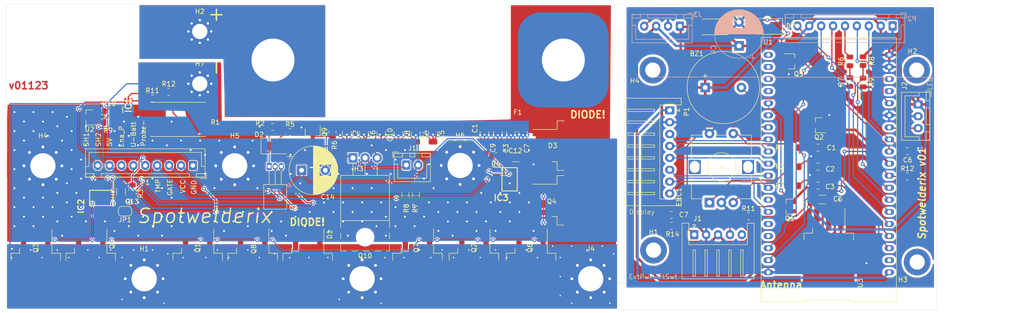
<source format=kicad_pcb>
(kicad_pcb (version 20171130) (host pcbnew "(5.1.9)-1")
  (title_block (title "Spotwelderix controlboard") (date 2021-01-30) (rev v01))
  (layers (0 F.Cu signal) (31 B.Cu signal) (34 B.Paste user) (35 F.Paste user) (36 B.SilkS user) (37 F.SilkS user) (38 B.Mask user) (39 F.Mask user) (44 Edge.Cuts user))
  (net 0 "")
  (net 1 GND)
  (net 2 VCC)
  (net 3 +BATT)
  (net 4 Gate_logic)
  (net 5 Gate)
  (net 6 Dallas)
  (net 7 +5V)
  (net 8 FET_GND)
  (net 9 Probe-)
  (net 10 VCCQ)
  (net 11 "Net-(D2-Pad2)")
  (net 12 "Net-(IC2-Pad1)")
  (net 13 "Net-(J1-Pad1)")
  (net 14 EnablePower)
  (net 15 V_Batt)
  (net 16 "Net-(Q9-Pad1)")
  (net 17 R_Schunt_Stab)
  (net 18 "Net-(IC1-Pad1)")
  (net 19 "Net-(IC1-Pad5)")
  (net 20 "Net-(IC1-Pad4)")
  (net 21 "Net-(BZ1-Pad2)")
  (net 22 "Net-(P1-Pad8)")
  (net 23 "Net-(P1-Pad7)")
  (net 24 "Net-(P1-Pad6)")
  (net 25 "Net-(P1-Pad5)")
  (net 26 "Net-(P1-Pad4)")
  (net 27 "Net-(P1-Pad3)")
  (net 28 +3V3)
  (net 29 Probe)
  (net 30 FAN)
  (net 31 BUZZ)
  (net 32 UI_RotEnc_Push)
  (net 33 UI_RotEnc_A)
  (net 34 UI_RotEnc_B)
  (net 35 "Net-(U1-Pad20)")
  (net 36 "Net-(U1-Pad21)")
  (net 37 "Net-(U1-Pad17)")
  (net 38 "Net-(U1-Pad22)")
  (net 39 "Net-(U1-Pad16)")
  (net 40 "Net-(U1-Pad32)")
  (net 41 "Net-(U1-Pad34)")
  (net 42 "Net-(U1-Pad35)")
  (net 43 "Net-(U1-Pad2)")
  (net 44 ExtPower)
  (net 45 LED)
  (net 46 FAN_GND)
  (net 47 "Net-(U1-Pad23)")
  (net 48 "Net-(U1-Pad25)")
  (net 49 "Net-(ENC1-PadA)")
  (net 50 "Net-(ENC1-PadB)")
  (net 51 "Net-(ENC1-PadS2)")
  (net 52 FootSwitch)
  (net 53 "Net-(J1-Pad5)")
  (net 54 "Net-(J1-Pad4)")
  (net 55 Shuntvoltage)
  (net 56 EnableSupply)
  (net 57 Vbat_ADC)
  (net 58 ChargerEna)
  (net 59 ProbeADC)
  (net 60 VCC_ADC)
  (net 61 ExtPWRADC)
  (module Resistor_SMD:R_0805_2012Metric (layer F.Cu) (at 110.3125 83.7)
    (fp_text reference R12 (at 0 -1.65) (layer F.SilkS))
    (fp_text value 30k)
    (pad 2 smd roundrect (at 0.9125 0) (size 1.025 1.4) (layers F.Cu F.Paste F.Mask) (roundrect_rratio 0.243902) (net 1 GND))
    (pad 1 smd roundrect (at -0.9125 0) (size 1.025 1.4) (layers F.Cu F.Paste F.Mask) (roundrect_rratio 0.243902) (net 19 "Net-(IC1-Pad5)"))
  )
  (module Resistor_SMD:R_0805_2012Metric (layer F.Cu) (at 106.9 85.1)
    (fp_text reference R11 (at 0 -1.65) (layer F.SilkS))
    (fp_text value 30k)
    (pad 2 smd roundrect (at 0.9125 0) (size 1.025 1.4) (layers F.Cu F.Paste F.Mask) (roundrect_rratio 0.243902) (net 8 FET_GND))
    (pad 1 smd roundrect (at -0.9125 0) (size 1.025 1.4) (layers F.Cu F.Paste F.Mask) (roundrect_rratio 0.243902) (net 20 "Net-(IC1-Pad4)"))
  )
  (module SamacSys_Parts:SOT65P210X110-6N (layer F.Cu) (at 101.85 86.55 90)
    (fp_text reference IC1 (at 0 0 90) (layer F.SilkS) (effects (font (size 1.27 1.27) (thickness 0.254))))
    (fp_text value INA213AIDCKR hide)
    (pad 6 smd rect (at 0.95 -0.65 180) (size 0.4 1.2) (layers F.Cu F.Paste F.Mask) (net 17 R_Schunt_Stab))
    (pad 5 smd rect (at 0.95 0 180) (size 0.4 1.2) (layers F.Cu F.Paste F.Mask) (net 19 "Net-(IC1-Pad5)"))
    (pad 4 smd rect (at 0.95 0.65 180) (size 0.4 1.2) (layers F.Cu F.Paste F.Mask) (net 20 "Net-(IC1-Pad4)"))
    (pad 3 smd rect (at -0.95 0.65 180) (size 0.4 1.2) (layers F.Cu F.Paste F.Mask) (net 7 +5V))
    (pad 2 smd rect (at -0.95 0 180) (size 0.4 1.2) (layers F.Cu F.Paste F.Mask) (net 1 GND))
    (pad 1 smd rect (at -0.95 -0.65 180) (size 0.4 1.2) (layers F.Cu F.Paste F.Mask) (net 18 "Net-(IC1-Pad1)"))
  )
  (module Resistor_SMD:R_Shunt_Vishay_WSR2_WSR3 (layer F.Cu) (at 112.3 89.5)
    (fp_text reference R1 (at 7.8 0.6) (layer F.SilkS))
    (fp_text value 100µ)
    (pad 2 smd rect (at 4.575 0) (size 3.94 5.84) (layers F.Cu F.Paste F.Mask) (net 1 GND))
    (pad 1 smd rect (at -4.575 0) (size 3.94 5.84) (layers F.Cu F.Paste F.Mask) (net 8 FET_GND))
  )
  (module Package_TO_SOT_SMD:SOT-23 (layer F.Cu) (at 93.7 89.1 180)
    (fp_text reference U2 (at 0 -2.5) (layer F.SilkS))
    (fp_text value LM4040DBZ-2.0)
    (pad 3 smd rect (at 1 0 180) (size 0.9 0.8) (layers F.Cu F.Paste F.Mask))
    (pad 2 smd rect (at -1 0.95 180) (size 0.9 0.8) (layers F.Cu F.Paste F.Mask) (net 1 GND))
    (pad 1 smd rect (at -1 -0.95 180) (size 0.9 0.8) (layers F.Cu F.Paste F.Mask) (net 18 "Net-(IC1-Pad1)"))
  )
  (module Resistor_SMD:R_0805_2012Metric (layer F.Cu) (at 97.6875 87.8 180)
    (fp_text reference R10 (at -0.1125 1.6) (layer F.SilkS))
    (fp_text value 30)
    (pad 2 smd roundrect (at 0.9125 0 180) (size 1.025 1.4) (layers F.Cu F.Paste F.Mask) (roundrect_rratio 0.243902) (net 1 GND))
    (pad 1 smd roundrect (at -0.9125 0 180) (size 1.025 1.4) (layers F.Cu F.Paste F.Mask) (roundrect_rratio 0.243902) (net 18 "Net-(IC1-Pad1)"))
  )
  (module Resistor_SMD:R_0805_2012Metric (layer F.Cu) (at 97.6125 90.2 180)
    (fp_text reference R9 (at 0 -1.65) (layer F.SilkS))
    (fp_text value 100)
    (pad 2 smd roundrect (at 0.9125 0 180) (size 1.025 1.4) (layers F.Cu F.Paste F.Mask) (roundrect_rratio 0.243902) (net 18 "Net-(IC1-Pad1)"))
    (pad 1 smd roundrect (at -0.9125 0 180) (size 1.025 1.4) (layers F.Cu F.Paste F.Mask) (roundrect_rratio 0.243902) (net 7 +5V))
  )
  (module Resistor_SMD:R_0805_2012Metric (layer F.Cu) (at 132.1125 91.1 180)
    (fp_text reference R2 (at 2.6125 0.8) (layer F.SilkS))
    (fp_text value 10k)
    (pad 2 smd roundrect (at 0.9125 0 180) (size 1.025 1.4) (layers F.Cu F.Paste F.Mask) (roundrect_rratio 0.243902) (net 1 GND))
    (pad 1 smd roundrect (at -0.9125 0 180) (size 1.025 1.4) (layers F.Cu F.Paste F.Mask) (roundrect_rratio 0.243902) (net 16 "Net-(Q9-Pad1)"))
  )
  (module Package_TO_SOT_SMD:SOT-23 (layer F.Cu) (at 140.55 92.2 270)
    (fp_text reference Q9 (at 0 -2.5 90) (layer F.SilkS))
    (fp_text value BC817)
    (pad 3 smd rect (at 1 0 270) (size 0.9 0.8) (layers F.Cu F.Paste F.Mask) (net 13 "Net-(J1-Pad1)"))
    (pad 2 smd rect (at -1 0.95 270) (size 0.9 0.8) (layers F.Cu F.Paste F.Mask) (net 1 GND))
    (pad 1 smd rect (at -1 -0.95 270) (size 0.9 0.8) (layers F.Cu F.Paste F.Mask) (net 16 "Net-(Q9-Pad1)"))
  )
  (module Connector_JST:JST_XH_B9B-XH-A_1x09_P2.50mm_Vertical (layer F.Cu) (at 115.4 99.2 180)
    (fp_text reference P1 (at 10 -3.55) (layer F.SilkS))
    (fp_text value CONN_01X09)
    (pad 9 thru_hole oval (at 20 0 180) (size 1.7 1.95) (drill 0.95) (layers *.Cu *.Mask) (net 17 R_Schunt_Stab))
    (pad 8 thru_hole oval (at 17.5 0 180) (size 1.7 1.95) (drill 0.95) (layers *.Cu *.Mask) (net 7 +5V))
    (pad 7 thru_hole oval (at 15 0 180) (size 1.7 1.95) (drill 0.95) (layers *.Cu *.Mask) (net 14 EnablePower))
    (pad 6 thru_hole oval (at 12.5 0 180) (size 1.7 1.95) (drill 0.95) (layers *.Cu *.Mask) (net 15 V_Batt))
    (pad 5 thru_hole oval (at 10 0 180) (size 1.7 1.95) (drill 0.95) (layers *.Cu *.Mask) (net 9 Probe-))
    (pad 4 thru_hole oval (at 7.5 0 180) (size 1.7 1.95) (drill 0.95) (layers *.Cu *.Mask) (net 6 Dallas))
    (pad 3 thru_hole oval (at 5 0 180) (size 1.7 1.95) (drill 0.95) (layers *.Cu *.Mask) (net 4 Gate_logic))
    (pad 2 thru_hole oval (at 2.5 0 180) (size 1.7 1.95) (drill 0.95) (layers *.Cu *.Mask) (net 2 VCC))
    (pad 1 thru_hole roundrect (at 0 0 180) (size 1.7 1.95) (drill 0.95) (layers *.Cu *.Mask) (roundrect_rratio 0.147059) (net 1 GND))
  )
  (module Capacitor_SMD:C_1206_3216Metric (layer F.Cu) (at 154.94 92.745 270)
    (fp_text reference C10 (at 0 -1.85 90) (layer F.SilkS))
    (fp_text value 10µ)
    (pad 2 smd roundrect (at 1.475 0 270) (size 1.15 1.8) (layers F.Cu F.Paste F.Mask) (roundrect_rratio 0.217391) (net 1 GND))
    (pad 1 smd roundrect (at -1.475 0 270) (size 1.15 1.8) (layers F.Cu F.Paste F.Mask) (roundrect_rratio 0.217391) (net 10 VCCQ))
  )
  (module Capacitor_SMD:C_1206_3216Metric (layer F.Cu) (at 158.56 92.745 270)
    (fp_text reference C8 (at 0 -1.85 90) (layer F.SilkS))
    (fp_text value 10µ)
    (pad 2 smd roundrect (at 1.475 0 270) (size 1.15 1.8) (layers F.Cu F.Paste F.Mask) (roundrect_rratio 0.217391) (net 1 GND))
    (pad 1 smd roundrect (at -1.475 0 270) (size 1.15 1.8) (layers F.Cu F.Paste F.Mask) (roundrect_rratio 0.217391) (net 10 VCCQ))
  )
  (module Capacitor_SMD:C_1206_3216Metric (layer F.Cu) (at 151.32 92.745 270)
    (fp_text reference C6 (at 0 -1.85 90) (layer F.SilkS))
    (fp_text value 10µ)
    (pad 2 smd roundrect (at 1.475 0 270) (size 1.15 1.8) (layers F.Cu F.Paste F.Mask) (roundrect_rratio 0.217391) (net 1 GND))
    (pad 1 smd roundrect (at -1.475 0 270) (size 1.15 1.8) (layers F.Cu F.Paste F.Mask) (roundrect_rratio 0.217391) (net 10 VCCQ))
  )
  (module Capacitor_SMD:C_1206_3216Metric (layer F.Cu) (at 147.7 92.7 270)
    (fp_text reference C2 (at 0 -1.85 90) (layer F.SilkS))
    (fp_text value 10µ)
    (pad 2 smd roundrect (at 1.475 0 270) (size 1.15 1.8) (layers F.Cu F.Paste F.Mask) (roundrect_rratio 0.217391) (net 1 GND))
    (pad 1 smd roundrect (at -1.475 0 270) (size 1.15 1.8) (layers F.Cu F.Paste F.Mask) (roundrect_rratio 0.217391) (net 10 VCCQ))
  )
  (module MountingHole:MountingHole_5.3mm_M5_Pad_Via (layer F.Cu) (at 171.5 99.2)
    (fp_text reference H6 (at 0 -6.3) (layer F.SilkS))
    (fp_text value MountingHole_Pad)
    (pad 1 thru_hole circle (at 2.810749 -2.810749) (size 0.9 0.9) (drill 0.6) (layers *.Cu *.Mask) (net 8 FET_GND))
    (pad 1 thru_hole circle (at 0 -3.975) (size 0.9 0.9) (drill 0.6) (layers *.Cu *.Mask) (net 8 FET_GND))
    (pad 1 thru_hole circle (at -2.810749 -2.810749) (size 0.9 0.9) (drill 0.6) (layers *.Cu *.Mask) (net 8 FET_GND))
    (pad 1 thru_hole circle (at -3.975 0) (size 0.9 0.9) (drill 0.6) (layers *.Cu *.Mask) (net 8 FET_GND))
    (pad 1 thru_hole circle (at -2.810749 2.810749) (size 0.9 0.9) (drill 0.6) (layers *.Cu *.Mask) (net 8 FET_GND))
    (pad 1 thru_hole circle (at 0 3.975) (size 0.9 0.9) (drill 0.6) (layers *.Cu *.Mask) (net 8 FET_GND))
    (pad 1 thru_hole circle (at 2.810749 2.810749) (size 0.9 0.9) (drill 0.6) (layers *.Cu *.Mask) (net 8 FET_GND))
    (pad 1 thru_hole circle (at 3.975 0) (size 0.9 0.9) (drill 0.6) (layers *.Cu *.Mask) (net 8 FET_GND))
    (pad 1 thru_hole circle (at 0 0) (size 10.6 10.6) (drill 5.3) (layers *.Cu *.Mask) (net 8 FET_GND))
  )
  (module Package_TO_SOT_THT:TO-220-3_Horizontal_TabUp (layer F.Cu) (at 149 97.6)
    (fp_text reference Q10 (at 2.54 20.58) (layer F.SilkS))
    (fp_text value FQP27P06)
    (pad 3 thru_hole oval (at 5.08 0) (size 1.905 2) (drill 1.1) (layers *.Cu *.Mask) (net 10 VCCQ))
    (pad 2 thru_hole oval (at 2.54 0) (size 1.905 2) (drill 1.1) (layers *.Cu *.Mask) (net 11 "Net-(D2-Pad2)"))
    (pad 1 thru_hole rect (at 0 0) (size 1.905 2) (drill 1.1) (layers *.Cu *.Mask) (net 13 "Net-(J1-Pad1)"))
    (pad "" np_thru_hole oval (at 2.54 16.66) (size 3.5 3.5) (drill 3.5) (layers *.Cu *.Mask))
  )
  (module Resistor_SMD:R_0805_2012Metric (layer F.Cu) (at 179.0125 97.3 180)
    (fp_text reference R4 (at 0 -1.65) (layer F.SilkS))
    (fp_text value 10k)
    (pad 2 smd roundrect (at 0.9125 0 180) (size 1.025 1.4) (layers F.Cu F.Paste F.Mask) (roundrect_rratio 0.243902) (net 1 GND))
    (pad 1 smd roundrect (at -0.9125 0 180) (size 1.025 1.4) (layers F.Cu F.Paste F.Mask) (roundrect_rratio 0.243902) (net 4 Gate_logic))
  )
  (module SamacSys_Parts:SOIC127P600X175-8N (layer F.Cu) (at 181.888 102.105)
    (fp_text reference IC3 (at -1.788 3.895) (layer F.SilkS) (effects (font (size 1.27 1.27) (thickness 0.254))))
    (fp_text value IXDD604SIA hide)
    (pad 8 smd rect (at 2.712 -1.905 90) (size 0.65 1.525) (layers F.Cu F.Paste F.Mask) (net 2 VCC))
    (pad 7 smd rect (at 2.712 -0.635 90) (size 0.65 1.525) (layers F.Cu F.Paste F.Mask) (net 5 Gate))
    (pad 6 smd rect (at 2.712 0.635 90) (size 0.65 1.525) (layers F.Cu F.Paste F.Mask) (net 2 VCC))
    (pad 5 smd rect (at 2.712 1.905 90) (size 0.65 1.525) (layers F.Cu F.Paste F.Mask) (net 5 Gate))
    (pad 4 smd rect (at -2.712 1.905 90) (size 0.65 1.525) (layers F.Cu F.Paste F.Mask) (net 4 Gate_logic))
    (pad 3 smd rect (at -2.712 0.635 90) (size 0.65 1.525) (layers F.Cu F.Paste F.Mask) (net 1 GND))
    (pad 2 smd rect (at -2.712 -0.635 90) (size 0.65 1.525) (layers F.Cu F.Paste F.Mask) (net 4 Gate_logic))
    (pad 1 smd rect (at -2.712 -1.905 90) (size 0.65 1.525) (layers F.Cu F.Paste F.Mask) (net 2 VCC))
  )
  (module Capacitor_SMD:C_1206_3216Metric (layer F.Cu) (at 183.2 97.5)
    (fp_text reference C12 (at -0.1 -1.4) (layer F.SilkS))
    (fp_text value 10µ)
    (pad 2 smd roundrect (at 1.475 0) (size 1.15 1.8) (layers F.Cu F.Paste F.Mask) (roundrect_rratio 0.217391) (net 1 GND))
    (pad 1 smd roundrect (at -1.475 0) (size 1.15 1.8) (layers F.Cu F.Paste F.Mask) (roundrect_rratio 0.217391) (net 2 VCC))
  )
  (module Resistor_SMD:R_0805_2012Metric (layer F.Cu) (at 162.2 105.1125 90)
    (fp_text reference R8 (at -3.0875 -2 90) (layer F.SilkS))
    (fp_text value 10k)
    (pad 2 smd roundrect (at 0.9125 0 90) (size 1.025 1.4) (layers F.Cu F.Paste F.Mask) (roundrect_rratio 0.243902) (net 1 GND))
    (pad 1 smd roundrect (at -0.9125 0 90) (size 1.025 1.4) (layers F.Cu F.Paste F.Mask) (roundrect_rratio 0.243902) (net 15 V_Batt))
  )
  (module Resistor_SMD:R_0805_2012Metric (layer F.Cu) (at 160 105.1125 270)
    (fp_text reference R7 (at 3.0875 -2.1 90) (layer F.SilkS))
    (fp_text value 33k)
    (pad 2 smd roundrect (at 0.9125 0 270) (size 1.025 1.4) (layers F.Cu F.Paste F.Mask) (roundrect_rratio 0.243902) (net 15 V_Batt))
    (pad 1 smd roundrect (at -0.9125 0 270) (size 1.025 1.4) (layers F.Cu F.Paste F.Mask) (roundrect_rratio 0.243902) (net 11 "Net-(D2-Pad2)"))
  )
  (module Resistor_SMD:R_0805_2012Metric (layer F.Cu) (at 144.7 92.1875 270)
    (fp_text reference R6 (at 2.7125 -0.4 90) (layer F.SilkS))
    (fp_text value 22k)
    (pad 2 smd roundrect (at 0.9125 0 270) (size 1.025 1.4) (layers F.Cu F.Paste F.Mask) (roundrect_rratio 0.243902) (net 13 "Net-(J1-Pad1)"))
    (pad 1 smd roundrect (at -0.9125 0 270) (size 1.025 1.4) (layers F.Cu F.Paste F.Mask) (roundrect_rratio 0.243902) (net 10 VCCQ))
  )
  (module Resistor_SMD:R_0805_2012Metric (layer F.Cu) (at 135.7875 92.2)
    (fp_text reference R5 (at 0 -1.65) (layer F.SilkS))
    (fp_text value 22k)
    (pad 2 smd roundrect (at 0.9125 0) (size 1.025 1.4) (layers F.Cu F.Paste F.Mask) (roundrect_rratio 0.243902) (net 16 "Net-(Q9-Pad1)"))
    (pad 1 smd roundrect (at -0.9125 0) (size 1.025 1.4) (layers F.Cu F.Paste F.Mask) (roundrect_rratio 0.243902) (net 14 EnablePower))
  )
  (module Jumper:SolderJumper-2_P1.3mm_Open_RoundedPad1.0x1.5mm (layer F.Cu) (at 101.15 108.8 180)
    (fp_text reference JP1 (at 0 -1.8) (layer F.SilkS))
    (fp_text value Jumper_NO_Small)
    (pad 2 smd custom (at 0.65 0 180) (size 1 0.5) (layers F.Cu F.Mask) (net 12 "Net-(IC2-Pad1)") (options (clearance outline) (anchor rect)) (primitives (gr_circle (center 0 0.25) (end 0.5 0.25) (width 0)) (gr_circle (center 0 -0.25) (end 0.5 -0.25) (width 0)) (gr_poly (pts (xy 0 -0.75) (xy -0.5 -0.75) (xy -0.5 0.75) (xy 0 0.75)) (width 0))))
    (pad 1 smd custom (at -0.65 0 180) (size 1 0.5) (layers F.Cu F.Mask) (net 2 VCC) (options (clearance outline) (anchor rect)) (primitives (gr_circle (center 0 0.25) (end 0.5 0.25) (width 0)) (gr_circle (center 0 -0.25) (end 0.5 -0.25) (width 0)) (gr_poly (pts (xy 0 -0.75) (xy 0.5 -0.75) (xy 0.5 0.75) (xy 0 0.75)) (width 0))))
  )
  (module Connector_JST:JST_XH_B2B-XH-A_1x02_P2.50mm_Vertical (layer F.Cu) (at 160.2 99.1)
    (fp_text reference J1 (at 1.25 -3.55) (layer F.SilkS))
    (fp_text value OnOffTast)
    (pad 2 thru_hole oval (at 2.5 0) (size 1.7 2) (drill 1) (layers *.Cu *.Mask) (net 1 GND))
    (pad 1 thru_hole roundrect (at 0 0) (size 1.7 2) (drill 1) (layers *.Cu *.Mask) (roundrect_rratio 0.147059) (net 13 "Net-(J1-Pad1)"))
  )
  (module Diode_SMD:D_SMA (layer F.Cu) (at 133.1 95.1)
    (fp_text reference D2 (at -3.8 -2.4) (layer F.SilkS))
    (fp_text value D)
    (pad 2 smd rect (at 2 0) (size 2.5 1.8) (layers F.Cu F.Paste F.Mask) (net 11 "Net-(D2-Pad2)"))
    (pad 1 smd rect (at -2 0) (size 2.5 1.8) (layers F.Cu F.Paste F.Mask) (net 2 VCC))
  )
  (module Capacitor_THT:CP_Radial_D10.0mm_P5.00mm (layer F.Cu) (at 138.2 100.2)
    (fp_text reference C14 (at 5.5 5.6) (layer F.SilkS))
    (fp_text value 470µ)
    (pad 2 thru_hole circle (at 5 0) (size 2 2) (drill 1) (layers *.Cu *.Mask) (net 1 GND))
    (pad 1 thru_hole rect (at 0 0) (size 2 2) (drill 1) (layers *.Cu *.Mask) (net 2 VCC))
  )
  (module Capacitor_SMD:C_1206_3216Metric (layer F.Cu) (at 100.3 104.725 90)
    (fp_text reference C13 (at -2.075 2.3 180) (layer F.SilkS))
    (fp_text value 10µ)
    (pad 2 smd roundrect (at 1.475 0 90) (size 1.15 1.8) (layers F.Cu F.Paste F.Mask) (roundrect_rratio 0.2173904347826087) (net 1 GND))
    (pad 1 smd roundrect (at -1.475 0 90) (size 1.15 1.8) (layers F.Cu F.Paste F.Mask) (roundrect_rratio 0.2173904347826087) (net 2 VCC))
  )
  (module Resistor_SMD:R_0805_2012Metric (layer F.Cu) (at 102.7 104.2125 90)
    (fp_text reference R3 (at -0.8875 1.7 90) (layer F.SilkS))
    (fp_text value 10k)
    (pad 2 smd roundrect (at 0.9125 0 90) (size 1.025 1.4) (layers F.Cu F.Paste F.Mask) (roundrect_rratio 0.2439014634146341) (net 1 GND))
    (pad 1 smd roundrect (at -0.9125 0 90) (size 1.025 1.4) (layers F.Cu F.Paste F.Mask) (roundrect_rratio 0.2439014634146341) (net 4 Gate_logic))
  )
  (module SamacSys_Parts:SOIC127P600X175-8N (layer F.Cu) (at 96.17 106.02 270)
    (fp_text reference IC2 (at 1.75 4.25 90) (layer F.SilkS) (effects (font (size 1.27 1.27) (thickness 0.254))))
    (fp_text value IXDD604SIA hide)
    (pad 8 smd rect (at 2.712 -1.905) (size 0.65 1.525) (layers F.Cu F.Paste F.Mask) (net 12 "Net-(IC2-Pad1)"))
    (pad 7 smd rect (at 2.712 -0.635) (size 0.65 1.525) (layers F.Cu F.Paste F.Mask) (net 5 Gate))
    (pad 6 smd rect (at 2.712 0.635) (size 0.65 1.525) (layers F.Cu F.Paste F.Mask) (net 2 VCC))
    (pad 5 smd rect (at 2.712 1.905) (size 0.65 1.525) (layers F.Cu F.Paste F.Mask) (net 5 Gate))
    (pad 4 smd rect (at -2.712 1.905) (size 0.65 1.525) (layers F.Cu F.Paste F.Mask) (net 4 Gate_logic))
    (pad 3 smd rect (at -2.712 0.635) (size 0.65 1.525) (layers F.Cu F.Paste F.Mask) (net 1 GND))
    (pad 2 smd rect (at -2.712 -0.635) (size 0.65 1.525) (layers F.Cu F.Paste F.Mask) (net 4 Gate_logic))
    (pad 1 smd rect (at -2.712 -1.905) (size 0.65 1.525) (layers F.Cu F.Paste F.Mask) (net 12 "Net-(IC2-Pad1)"))
  )
  (module MountingHole:MountingHole_3.2mm_M3_Pad_Via (layer F.Cu) (at 116.84 82.02)
    (fp_text reference H7 (at 0 -4.2) (layer F.SilkS))
    (fp_text value MountingHole_Pad)
    (pad 1 thru_hole circle (at 1.697056 -1.697056) (size 0.8 0.8) (drill 0.5) (layers *.Cu *.Mask) (net 1 GND))
    (pad 1 thru_hole circle (at 0 -2.4) (size 0.8 0.8) (drill 0.5) (layers *.Cu *.Mask) (net 1 GND))
    (pad 1 thru_hole circle (at -1.697056 -1.697056) (size 0.8 0.8) (drill 0.5) (layers *.Cu *.Mask) (net 1 GND))
    (pad 1 thru_hole circle (at -2.4 0) (size 0.8 0.8) (drill 0.5) (layers *.Cu *.Mask) (net 1 GND))
    (pad 1 thru_hole circle (at -1.697056 1.697056) (size 0.8 0.8) (drill 0.5) (layers *.Cu *.Mask) (net 1 GND))
    (pad 1 thru_hole circle (at 0 2.4) (size 0.8 0.8) (drill 0.5) (layers *.Cu *.Mask) (net 1 GND))
    (pad 1 thru_hole circle (at 1.697056 1.697056) (size 0.8 0.8) (drill 0.5) (layers *.Cu *.Mask) (net 1 GND))
    (pad 1 thru_hole circle (at 2.4 0) (size 0.8 0.8) (drill 0.5) (layers *.Cu *.Mask) (net 1 GND))
    (pad 1 thru_hole circle (at 0 0) (size 6.4 6.4) (drill 3.2) (layers *.Cu *.Mask) (net 1 GND))
  )
  (module MountingHole:MountingHole_3.2mm_M3_Pad_Via (layer F.Cu) (at 116.84 71.02)
    (fp_text reference H2 (at 0 -4.2) (layer F.SilkS))
    (fp_text value MountingHole_Pad)
    (pad 1 thru_hole circle (at 1.697056 -1.697056) (size 0.8 0.8) (drill 0.5) (layers *.Cu *.Mask) (net 3 +BATT))
    (pad 1 thru_hole circle (at 0 -2.4) (size 0.8 0.8) (drill 0.5) (layers *.Cu *.Mask) (net 3 +BATT))
    (pad 1 thru_hole circle (at -1.697056 -1.697056) (size 0.8 0.8) (drill 0.5) (layers *.Cu *.Mask) (net 3 +BATT))
    (pad 1 thru_hole circle (at -2.4 0) (size 0.8 0.8) (drill 0.5) (layers *.Cu *.Mask) (net 3 +BATT))
    (pad 1 thru_hole circle (at -1.697056 1.697056) (size 0.8 0.8) (drill 0.5) (layers *.Cu *.Mask) (net 3 +BATT))
    (pad 1 thru_hole circle (at 0 2.4) (size 0.8 0.8) (drill 0.5) (layers *.Cu *.Mask) (net 3 +BATT))
    (pad 1 thru_hole circle (at 1.697056 1.697056) (size 0.8 0.8) (drill 0.5) (layers *.Cu *.Mask) (net 3 +BATT))
    (pad 1 thru_hole circle (at 2.4 0) (size 0.8 0.8) (drill 0.5) (layers *.Cu *.Mask) (net 3 +BATT))
    (pad 1 thru_hole circle (at 0 0) (size 6.4 6.4) (drill 3.2) (layers *.Cu *.Mask) (net 3 +BATT))
  )
  (module MountingHole:MountingHole_5.3mm_M5_Pad_Via (layer F.Cu) (at 124.17 99.27)
    (fp_text reference H5 (at 0 -6.3) (layer F.SilkS))
    (fp_text value MountingHole_Pad)
    (pad 1 thru_hole circle (at 2.810749 -2.810749) (size 0.9 0.9) (drill 0.6) (layers *.Cu *.Mask) (net 8 FET_GND))
    (pad 1 thru_hole circle (at 0 -3.975) (size 0.9 0.9) (drill 0.6) (layers *.Cu *.Mask) (net 8 FET_GND))
    (pad 1 thru_hole circle (at -2.810749 -2.810749) (size 0.9 0.9) (drill 0.6) (layers *.Cu *.Mask) (net 8 FET_GND))
    (pad 1 thru_hole circle (at -3.975 0) (size 0.9 0.9) (drill 0.6) (layers *.Cu *.Mask) (net 8 FET_GND))
    (pad 1 thru_hole circle (at -2.810749 2.810749) (size 0.9 0.9) (drill 0.6) (layers *.Cu *.Mask) (net 8 FET_GND))
    (pad 1 thru_hole circle (at 0 3.975) (size 0.9 0.9) (drill 0.6) (layers *.Cu *.Mask) (net 8 FET_GND))
    (pad 1 thru_hole circle (at 2.810749 2.810749) (size 0.9 0.9) (drill 0.6) (layers *.Cu *.Mask) (net 8 FET_GND))
    (pad 1 thru_hole circle (at 3.975 0) (size 0.9 0.9) (drill 0.6) (layers *.Cu *.Mask) (net 8 FET_GND))
    (pad 1 thru_hole circle (at 0 0) (size 10.6 10.6) (drill 5.3) (layers *.Cu *.Mask) (net 8 FET_GND))
  )
  (module MountingHole:MountingHole_5.3mm_M5_Pad_Via (layer F.Cu) (at 83.9 99.27)
    (fp_text reference H4 (at 0 -6.3) (layer F.SilkS))
    (fp_text value MountingHole_Pad)
    (pad 1 thru_hole circle (at 2.810749 -2.810749) (size 0.9 0.9) (drill 0.6) (layers *.Cu *.Mask) (net 8 FET_GND))
    (pad 1 thru_hole circle (at 0 -3.975) (size 0.9 0.9) (drill 0.6) (layers *.Cu *.Mask) (net 8 FET_GND))
    (pad 1 thru_hole circle (at -2.810749 -2.810749) (size 0.9 0.9) (drill 0.6) (layers *.Cu *.Mask) (net 8 FET_GND))
    (pad 1 thru_hole circle (at -3.975 0) (size 0.9 0.9) (drill 0.6) (layers *.Cu *.Mask) (net 8 FET_GND))
    (pad 1 thru_hole circle (at -2.810749 2.810749) (size 0.9 0.9) (drill 0.6) (layers *.Cu *.Mask) (net 8 FET_GND))
    (pad 1 thru_hole circle (at 0 3.975) (size 0.9 0.9) (drill 0.6) (layers *.Cu *.Mask) (net 8 FET_GND))
    (pad 1 thru_hole circle (at 2.810749 2.810749) (size 0.9 0.9) (drill 0.6) (layers *.Cu *.Mask) (net 8 FET_GND))
    (pad 1 thru_hole circle (at 3.975 0) (size 0.9 0.9) (drill 0.6) (layers *.Cu *.Mask) (net 8 FET_GND))
    (pad 1 thru_hole circle (at 0 0) (size 10.6 10.6) (drill 5.3) (layers *.Cu *.Mask) (net 8 FET_GND))
  )
  (module MountingHole:MountingHole_5.3mm_M5_Pad_Via (layer F.Cu) (at 150.92 123.02)
    (fp_text reference H3 (at -0.72 -23.12) (layer F.SilkS))
    (fp_text value MountingHole_Pad)
    (pad 1 thru_hole circle (at 2.810749 -2.810749) (size 0.9 0.9) (drill 0.6) (layers *.Cu *.Mask) (net 9 Probe-))
    (pad 1 thru_hole circle (at 0 -3.975) (size 0.9 0.9) (drill 0.6) (layers *.Cu *.Mask) (net 9 Probe-))
    (pad 1 thru_hole circle (at -2.810749 -2.810749) (size 0.9 0.9) (drill 0.6) (layers *.Cu *.Mask) (net 9 Probe-))
    (pad 1 thru_hole circle (at -3.975 0) (size 0.9 0.9) (drill 0.6) (layers *.Cu *.Mask) (net 9 Probe-))
    (pad 1 thru_hole circle (at -2.810749 2.810749) (size 0.9 0.9) (drill 0.6) (layers *.Cu *.Mask) (net 9 Probe-))
    (pad 1 thru_hole circle (at 0 3.975) (size 0.9 0.9) (drill 0.6) (layers *.Cu *.Mask) (net 9 Probe-))
    (pad 1 thru_hole circle (at 2.810749 2.810749) (size 0.9 0.9) (drill 0.6) (layers *.Cu *.Mask) (net 9 Probe-))
    (pad 1 thru_hole circle (at 3.975 0) (size 0.9 0.9) (drill 0.6) (layers *.Cu *.Mask) (net 9 Probe-))
    (pad 1 thru_hole circle (at 0 0) (size 10.6 10.6) (drill 5.3) (layers *.Cu *.Mask) (net 9 Probe-))
  )
  (module MountingHole:MountingHole_5.3mm_M5_Pad_Via (layer F.Cu) (at 105.17 123.02)
    (fp_text reference H1 (at 0 -6.3) (layer F.SilkS))
    (fp_text value MountingHole_Pad)
    (pad 1 thru_hole circle (at 2.810749 -2.810749) (size 0.9 0.9) (drill 0.6) (layers *.Cu *.Mask) (net 9 Probe-))
    (pad 1 thru_hole circle (at 0 -3.975) (size 0.9 0.9) (drill 0.6) (layers *.Cu *.Mask) (net 9 Probe-))
    (pad 1 thru_hole circle (at -2.810749 -2.810749) (size 0.9 0.9) (drill 0.6) (layers *.Cu *.Mask) (net 9 Probe-))
    (pad 1 thru_hole circle (at -3.975 0) (size 0.9 0.9) (drill 0.6) (layers *.Cu *.Mask) (net 9 Probe-))
    (pad 1 thru_hole circle (at -2.810749 2.810749) (size 0.9 0.9) (drill 0.6) (layers *.Cu *.Mask) (net 9 Probe-))
    (pad 1 thru_hole circle (at 0 3.975) (size 0.9 0.9) (drill 0.6) (layers *.Cu *.Mask) (net 9 Probe-))
    (pad 1 thru_hole circle (at 2.810749 2.810749) (size 0.9 0.9) (drill 0.6) (layers *.Cu *.Mask) (net 9 Probe-))
    (pad 1 thru_hole circle (at 3.975 0) (size 0.9 0.9) (drill 0.6) (layers *.Cu *.Mask) (net 9 Probe-))
    (pad 1 thru_hole circle (at 0 0) (size 10.6 10.6) (drill 5.3) (layers *.Cu *.Mask) (net 9 Probe-))
  )
  (module Package_TO_SOT_SMD:TO-263-2 (layer F.Cu) (at 127.945 120.612 270)
    (fp_text reference Q8 (at -3.842 -0.225 90) (layer F.SilkS))
    (fp_text value IRFB7430)
    (pad 2 smd rect (at 3.375 0 270) (size 9.4 10.8) (layers F.Cu F.Mask) (net 9 Probe-))
    (pad 3 smd rect (at -5.775 2.54 270) (size 4.6 1.1) (layers F.Cu F.Paste F.Mask) (net 8 FET_GND))
    (pad 1 smd rect (at -5.775 -2.54 270) (size 4.6 1.1) (layers F.Cu F.Paste F.Mask) (net 5 Gate))
  )
  (module Package_TO_SOT_SMD:TO-263-2 (layer F.Cu) (at 162.54 120.612 270)
    (fp_text reference Q7 (at -4.092 0.225 90) (layer F.SilkS))
    (fp_text value IRFB7430)
    (pad 2 smd rect (at 3.375 0 270) (size 9.4 10.8) (layers F.Cu F.Mask) (net 9 Probe-))
    (pad 3 smd rect (at -5.775 2.54 270) (size 4.6 1.1) (layers F.Cu F.Paste F.Mask) (net 8 FET_GND))
    (pad 1 smd rect (at -5.775 -2.54 270) (size 4.6 1.1) (layers F.Cu F.Paste F.Mask) (net 5 Gate))
  )
  (module Package_TO_SOT_SMD:TO-263-2 (layer F.Cu) (at 186.395 120.612 270)
    (fp_text reference Q6 (at -4.092 0.225 90) (layer F.SilkS))
    (fp_text value IRFB7430)
    (pad 2 smd rect (at 3.375 0 270) (size 9.4 10.8) (layers F.Cu F.Mask) (net 9 Probe-))
    (pad 3 smd rect (at -5.775 2.54 270) (size 4.6 1.1) (layers F.Cu F.Paste F.Mask) (net 8 FET_GND))
    (pad 1 smd rect (at -5.775 -2.54 270) (size 4.6 1.1) (layers F.Cu F.Paste F.Mask) (net 5 Gate))
  )
  (module Package_TO_SOT_SMD:TO-263-2 (layer F.Cu) (at 93.945 120.612 270)
    (fp_text reference Q5 (at -4.842 -4.475 90) (layer F.SilkS))
    (fp_text value IRFB7430)
    (pad 2 smd rect (at 3.375 0 270) (size 9.4 10.8) (layers F.Cu F.Mask) (net 9 Probe-))
    (pad 3 smd rect (at -5.775 2.54 270) (size 4.6 1.1) (layers F.Cu F.Paste F.Mask) (net 8 FET_GND))
    (pad 1 smd rect (at -5.775 -2.54 270) (size 4.6 1.1) (layers F.Cu F.Paste F.Mask) (net 5 Gate))
  )
  (module Package_TO_SOT_SMD:TO-263-2 (layer F.Cu) (at 194.8 106.525)
    (fp_text reference Q4 (at -4.092 0.225) (layer F.SilkS))
    (fp_text value IRFB7430)
    (pad 2 smd rect (at 3.375 0) (size 9.4 10.8) (layers F.Cu F.Mask) (net 9 Probe-))
    (pad 3 smd rect (at -5.775 2.54) (size 4.6 1.1) (layers F.Cu F.Paste F.Mask) (net 8 FET_GND))
    (pad 1 smd rect (at -5.775 -2.54) (size 4.6 1.1) (layers F.Cu F.Paste F.Mask) (net 5 Gate))
  )
  (module Package_TO_SOT_SMD:TO-263-2 (layer F.Cu) (at 82.395 120.612 270)
    (fp_text reference Q3 (at -4.092 -0.025 90) (layer F.SilkS))
    (fp_text value IRFB7430)
    (pad 2 smd rect (at 3.375 0 270) (size 9.4 10.8) (layers F.Cu F.Mask) (net 9 Probe-))
    (pad 3 smd rect (at -5.775 2.54 270) (size 4.6 1.1) (layers F.Cu F.Paste F.Mask) (net 8 FET_GND))
    (pad 1 smd rect (at -5.775 -2.54 270) (size 4.6 1.1) (layers F.Cu F.Paste F.Mask) (net 5 Gate))
  )
  (module Package_TO_SOT_SMD:TO-263-2 (layer F.Cu) (at 174.395 120.612 270)
    (fp_text reference Q2 (at -4.092 -0.025 90) (layer F.SilkS))
    (fp_text value IRFB7430)
    (pad 2 smd rect (at 3.375 0 270) (size 9.4 10.8) (layers F.Cu F.Mask) (net 9 Probe-))
    (pad 3 smd rect (at -5.775 2.54 270) (size 4.6 1.1) (layers F.Cu F.Paste F.Mask) (net 8 FET_GND))
    (pad 1 smd rect (at -5.775 -2.54 270) (size 4.6 1.1) (layers F.Cu F.Paste F.Mask) (net 5 Gate))
  )
  (module Package_TO_SOT_SMD:TO-263-2 (layer F.Cu) (at 116.395 120.612 270)
    (fp_text reference Q1 (at -4.092 -0.025 90) (layer F.SilkS))
    (fp_text value IRFB7430)
    (pad 2 smd rect (at 3.375 0 270) (size 9.4 10.8) (layers F.Cu F.Mask) (net 9 Probe-))
    (pad 3 smd rect (at -5.775 2.54 270) (size 4.6 1.1) (layers F.Cu F.Paste F.Mask) (net 8 FET_GND))
    (pad 1 smd rect (at -5.775 -2.54 270) (size 4.6 1.1) (layers F.Cu F.Paste F.Mask) (net 5 Gate))
  )
  (module Capacitor_SMD:C_1206_3216Metric (layer F.Cu) (at 176.62 92.745 270)
    (fp_text reference C1 (at -1.345 2.02 90) (layer F.SilkS))
    (fp_text value 10µ)
    (pad 2 smd roundrect (at 1.475 0 270) (size 1.15 1.8) (layers F.Cu F.Paste F.Mask) (roundrect_rratio 0.2173904347826087) (net 1 GND))
    (pad 1 smd roundrect (at -1.475 0 270) (size 1.15 1.8) (layers F.Cu F.Paste F.Mask) (roundrect_rratio 0.2173904347826087) (net 10 VCCQ))
  )
  (module Capacitor_SMD:C_1206_3216Metric (layer F.Cu) (at 182.17 92.745 270)
    (fp_text reference C3 (at 2.855 1.07 90) (layer F.SilkS))
    (fp_text value 10µ)
    (pad 2 smd roundrect (at 1.475 0 270) (size 1.15 1.8) (layers F.Cu F.Paste F.Mask) (roundrect_rratio 0.2173904347826087) (net 1 GND))
    (pad 1 smd roundrect (at -1.475 0 270) (size 1.15 1.8) (layers F.Cu F.Paste F.Mask) (roundrect_rratio 0.2173904347826087) (net 10 VCCQ))
  )
  (module Capacitor_SMD:C_1206_3216Metric (layer F.Cu) (at 162.18 92.745 270)
    (fp_text reference C4 (at -0.025 -2 90) (layer F.SilkS))
    (fp_text value 10µ)
    (pad 1 smd roundrect (at -1.475 0 270) (size 1.15 1.8) (layers F.Cu F.Paste F.Mask) (roundrect_rratio 0.2173904347826087) (net 10 VCCQ))
    (pad 2 smd roundrect (at 1.475 0 270) (size 1.15 1.8) (layers F.Cu F.Paste F.Mask) (roundrect_rratio 0.2173904347826087) (net 1 GND))
  )
  (module Capacitor_SMD:C_1206_3216Metric (layer F.Cu) (at 165.8 92.745 270)
    (fp_text reference C5 (at 0 -1.85 90) (layer F.SilkS))
    (fp_text value 10µ)
    (pad 2 smd roundrect (at 1.475 0 270) (size 1.15 1.8) (layers F.Cu F.Paste F.Mask) (roundrect_rratio 0.2173904347826087) (net 1 GND))
    (pad 1 smd roundrect (at -1.475 0 270) (size 1.15 1.8) (layers F.Cu F.Paste F.Mask) (roundrect_rratio 0.2173904347826087) (net 10 VCCQ))
  )
  (module Capacitor_SMD:C_1206_3216Metric (layer F.Cu) (at 184.67 92.745 270)
    (fp_text reference C7 (at 2.855 -0.83 90) (layer F.SilkS))
    (fp_text value 10µ)
    (pad 2 smd roundrect (at 1.475 0 270) (size 1.15 1.8) (layers F.Cu F.Paste F.Mask) (roundrect_rratio 0.2173904347826087) (net 1 GND))
    (pad 1 smd roundrect (at -1.475 0 270) (size 1.15 1.8) (layers F.Cu F.Paste F.Mask) (roundrect_rratio 0.2173904347826087) (net 10 VCCQ))
  )
  (module Capacitor_SMD:C_1206_3216Metric (layer F.Cu) (at 179.42 92.745 270)
    (fp_text reference C9 (at 2.755 1.02 90) (layer F.SilkS))
    (fp_text value 10µ)
    (pad 2 smd roundrect (at 1.475 0 270) (size 1.15 1.8) (layers F.Cu F.Paste F.Mask) (roundrect_rratio 0.2173904347826087) (net 1 GND))
    (pad 1 smd roundrect (at -1.475 0 270) (size 1.15 1.8) (layers F.Cu F.Paste F.Mask) (roundrect_rratio 0.2173904347826087) (net 10 VCCQ))
  )
  (module Package_TO_SOT_SMD:TO-263-2_TabPin1 (layer F.Cu) (at 139.5 120.625 270)
    (fp_text reference D1 (at -6.925 -4.6 90) (layer F.SilkS))
    (fp_text value RF2001NS2D)
    (pad 1 smd rect (at -5.775 -2.54 270) (size 4.6 1.1) (layers F.Cu F.Paste F.Mask) (net 9 Probe-))
    (pad 2 smd rect (at -5.775 2.54 270) (size 4.6 1.1) (layers F.Cu F.Paste F.Mask) (net 8 FET_GND))
    (pad 1 smd rect (at 3.375 0 270) (size 9.4 10.8) (layers F.Cu F.Mask) (net 9 Probe-))
  )
  (module Package_TO_SOT_SMD:TO-263-2_TabPin1 (layer F.Cu) (at 194.818 95.02)
    (fp_text reference D3 (at -3.898 0) (layer F.SilkS))
    (fp_text value RF2001NS2D)
    (pad 1 smd rect (at -5.775 -2.54) (size 4.6 1.1) (layers F.Cu F.Paste F.Mask) (net 10 VCCQ))
    (pad 2 smd rect (at -5.775 2.54) (size 4.6 1.1) (layers F.Cu F.Paste F.Mask) (net 9 Probe-))
    (pad 1 smd rect (at 3.375 0) (size 9.4 10.8) (layers F.Cu F.Mask) (net 10 VCCQ))
  )
  (module my_parts:ANL_Fuse (layer F.Cu) (at 193.17 77.02 180)
    (fp_text reference F1 (at 9.57 -10.98) (layer F.SilkS))
    (fp_text value 300A)
    (pad 1 thru_hole roundrect (at 0 0 180) (size 19.01 20.01) (drill 9.01) (layers *.Cu *.Mask) (net 10 VCCQ))
    (pad 2 thru_hole roundrect (at 60.96 0 180) (size 19.01 20.01) (drill 9.01) (layers *.Cu *.Mask) (net 3 +BATT))
  )
  (module MountingHole:MountingHole_5.3mm_M5_Pad_Via (layer F.Cu) (at 198.92 123.02)
    (fp_text reference J4 (at 0 -6.3) (layer F.SilkS))
    (fp_text value probe-)
    (pad 1 thru_hole circle (at 2.810749 -2.810749) (size 0.9 0.9) (drill 0.6) (layers *.Cu *.Mask) (net 9 Probe-))
    (pad 1 thru_hole circle (at 0 -3.975) (size 0.9 0.9) (drill 0.6) (layers *.Cu *.Mask) (net 9 Probe-))
    (pad 1 thru_hole circle (at -2.810749 -2.810749) (size 0.9 0.9) (drill 0.6) (layers *.Cu *.Mask) (net 9 Probe-))
    (pad 1 thru_hole circle (at -3.975 0) (size 0.9 0.9) (drill 0.6) (layers *.Cu *.Mask) (net 9 Probe-))
    (pad 1 thru_hole circle (at -2.810749 2.810749) (size 0.9 0.9) (drill 0.6) (layers *.Cu *.Mask) (net 9 Probe-))
    (pad 1 thru_hole circle (at 0 3.975) (size 0.9 0.9) (drill 0.6) (layers *.Cu *.Mask) (net 9 Probe-))
    (pad 1 thru_hole circle (at 2.810749 2.810749) (size 0.9 0.9) (drill 0.6) (layers *.Cu *.Mask) (net 9 Probe-))
    (pad 1 thru_hole circle (at 3.975 0) (size 0.9 0.9) (drill 0.6) (layers *.Cu *.Mask) (net 9 Probe-))
    (pad 1 thru_hole circle (at 0 0) (size 10.6 10.6) (drill 5.3) (layers *.Cu *.Mask) (net 9 Probe-))
  )
  (module Package_TO_SOT_THT:TO-92_Inline_Horizontal1 (layer F.Cu) (at 131.4 99.4)
    (fp_text reference U1 (at 5.1 8.6) (layer F.SilkS))
    (fp_text value DS18B20)
    (pad 2 thru_hole oval (at 1.27 0) (size 1.05 1.5) (drill 0.75) (layers *.Cu *.Mask) (net 6 Dallas))
    (pad 3 thru_hole oval (at 2.54 0) (size 1.05 1.5) (drill 0.75) (layers *.Cu *.Mask) (net 7 +5V))
    (pad 1 thru_hole rect (at 0 0) (size 1.05 1.5) (drill 0.75) (layers *.Cu *.Mask) (net 1 GND))
  )
  (module Rotary_Encoder:RotaryEncoder_Alps_EC12E-Switch_Vertical_H20mm (layer F.Cu) (at 223.85 107 90)
    (fp_text reference ENC1 (at 1.2 -6.4 90) (layer F.SilkS))
    (fp_text value "EC12D1524403 ")
    (pad A thru_hole rect (at 0 0 90) (size 2 2) (drill 1) (layers *.Cu *.Mask) (net 49 "Net-(ENC1-PadA)"))
    (pad C thru_hole circle (at 0 2.5 90) (size 2 2) (drill 1) (layers *.Cu *.Mask) (net 1 GND))
    (pad B thru_hole circle (at 0 5 90) (size 2 2) (drill 1) (layers *.Cu *.Mask) (net 50 "Net-(ENC1-PadB)"))
    (pad MP thru_hole rect (at 7.5 -3.1 90) (size 3 2.5) (drill oval 2.5 2) (layers *.Cu *.Mask))
    (pad MP thru_hole rect (at 7.5 8.1 90) (size 3 2.5) (drill oval 2.5 2) (layers *.Cu *.Mask))
    (pad S1 thru_hole circle (at 14.5 0 90) (size 2 2) (drill 1) (layers *.Cu *.Mask) (net 1 GND))
    (pad S2 thru_hole circle (at 14.5 5 90) (size 2 2) (drill 1) (layers *.Cu *.Mask) (net 51 "Net-(ENC1-PadS2)"))
  )
  (module my_parts:ESP32_NODEMCU (layer F.Cu) (at 248.9 98.8 90)
    (fp_text reference U1 (at 25.55 -12.75) (layer F.SilkS))
    (fp_text value NodeMCU32)
    (pad 19 thru_hole oval (at 22.86 12.7 90) (size 1.2 2) (drill 0.8) (layers *.Cu *.Mask) (net 7 +5V))
    (pad 20 thru_hole oval (at 22.86 -12.7 90) (size 1.2 2) (drill 0.8) (layers *.Cu *.Mask) (net 35 "Net-(U1-Pad20)"))
    (pad 18 thru_hole oval (at 20.32 12.7 90) (size 1.2 2) (drill 0.8) (layers *.Cu *.Mask) (net 1 GND))
    (pad 21 thru_hole oval (at 20.32 -12.7 90) (size 1.2 2) (drill 0.8) (layers *.Cu *.Mask) (net 36 "Net-(U1-Pad21)"))
    (pad 17 thru_hole oval (at 17.78 12.7 90) (size 1.2 2) (drill 0.8) (layers *.Cu *.Mask) (net 37 "Net-(U1-Pad17)"))
    (pad 22 thru_hole oval (at 17.78 -12.7 90) (size 1.2 2) (drill 0.8) (layers *.Cu *.Mask) (net 38 "Net-(U1-Pad22)"))
    (pad 16 thru_hole oval (at 15.24 12.7 90) (size 1.2 2) (drill 0.8) (layers *.Cu *.Mask) (net 39 "Net-(U1-Pad16)"))
    (pad 23 thru_hole oval (at 15.24 -12.7 90) (size 1.2 2) (drill 0.8) (layers *.Cu *.Mask) (net 47 "Net-(U1-Pad23)"))
    (pad 15 thru_hole oval (at 12.7 12.7 90) (size 1.2 2) (drill 0.8) (layers *.Cu *.Mask) (net 6 Dallas))
    (pad 24 thru_hole oval (at 12.7 -12.7 90) (size 1.2 2) (drill 0.8) (layers *.Cu *.Mask) (net 58 ChargerEna))
    (pad 14 thru_hole oval (at 10.16 12.7 90) (size 1.2 2) (drill 0.8) (layers *.Cu *.Mask) (net 1 GND))
    (pad 25 thru_hole oval (at 10.16 -12.7 90) (size 1.2 2) (drill 0.8) (layers *.Cu *.Mask) (net 48 "Net-(U1-Pad25)"))
    (pad 13 thru_hole oval (at 7.62 12.7 90) (size 1.2 2) (drill 0.8) (layers *.Cu *.Mask) (net 45 LED))
    (pad 26 thru_hole oval (at 7.62 -12.7 90) (size 1.2 2) (drill 0.8) (layers *.Cu *.Mask) (net 52 FootSwitch))
    (pad 12 thru_hole oval (at 5.08 12.7 90) (size 1.2 2) (drill 0.8) (layers *.Cu *.Mask) (net 4 Gate_logic))
    (pad 27 thru_hole oval (at 5.08 -12.7 90) (size 1.2 2) (drill 0.8) (layers *.Cu *.Mask) (net 27 "Net-(P1-Pad3)"))
    (pad 11 thru_hole oval (at 2.54 12.7 90) (size 1.2 2) (drill 0.8) (layers *.Cu *.Mask) (net 30 FAN))
    (pad 28 thru_hole oval (at 2.54 -12.7 90) (size 1.2 2) (drill 0.8) (layers *.Cu *.Mask) (net 26 "Net-(P1-Pad4)"))
    (pad 10 thru_hole oval (at 0 12.7 90) (size 1.2 2) (drill 0.8) (layers *.Cu *.Mask) (net 31 BUZZ))
    (pad 29 thru_hole oval (at 0 -12.7 90) (size 1.2 2) (drill 0.8) (layers *.Cu *.Mask) (net 25 "Net-(P1-Pad5)"))
    (pad 9 thru_hole oval (at -2.54 12.7 90) (size 1.2 2) (drill 0.8) (layers *.Cu *.Mask) (net 61 ExtPWRADC))
    (pad 30 thru_hole oval (at -2.54 -12.7 90) (size 1.2 2) (drill 0.8) (layers *.Cu *.Mask) (net 24 "Net-(P1-Pad6)"))
    (pad 8 thru_hole oval (at -5.08 12.7 90) (size 1.2 2) (drill 0.8) (layers *.Cu *.Mask) (net 55 Shuntvoltage))
    (pad 31 thru_hole oval (at -5.08 -12.7 90) (size 1.2 2) (drill 0.8) (layers *.Cu *.Mask) (net 23 "Net-(P1-Pad7)"))
    (pad 7 thru_hole oval (at -7.62 12.7 90) (size 1.2 2) (drill 0.8) (layers *.Cu *.Mask) (net 60 VCC_ADC))
    (pad 32 thru_hole oval (at -7.62 -12.7 90) (size 1.2 2) (drill 0.8) (layers *.Cu *.Mask) (net 40 "Net-(U1-Pad32)"))
    (pad 6 thru_hole oval (at -10.16 12.7 90) (size 1.2 2) (drill 0.8) (layers *.Cu *.Mask) (net 59 ProbeADC))
    (pad 33 thru_hole oval (at -10.16 -12.7 90) (size 1.2 2) (drill 0.8) (layers *.Cu *.Mask) (net 22 "Net-(P1-Pad8)"))
    (pad 5 thru_hole oval (at -12.7 12.7 90) (size 1.2 2) (drill 0.8) (layers *.Cu *.Mask) (net 57 Vbat_ADC))
    (pad 34 thru_hole oval (at -12.7 -12.7 90) (size 1.2 2) (drill 0.8) (layers *.Cu *.Mask) (net 41 "Net-(U1-Pad34)"))
    (pad 4 thru_hole oval (at -15.24 12.7 90) (size 1.2 2) (drill 0.8) (layers *.Cu *.Mask) (net 33 UI_RotEnc_A))
    (pad 35 thru_hole oval (at -15.24 -12.7 90) (size 1.2 2) (drill 0.8) (layers *.Cu *.Mask) (net 42 "Net-(U1-Pad35)"))
    (pad 3 thru_hole oval (at -17.78 12.7 90) (size 1.2 2) (drill 0.8) (layers *.Cu *.Mask) (net 34 UI_RotEnc_B))
    (pad 36 thru_hole oval (at -17.78 -12.7 90) (size 1.2 2) (drill 0.8) (layers *.Cu *.Mask) (net 56 EnableSupply))
    (pad 2 thru_hole oval (at -20.32 12.7 90) (size 1.2 2) (drill 0.8) (layers *.Cu *.Mask) (net 43 "Net-(U1-Pad2)"))
    (pad 37 thru_hole oval (at -20.32 -12.7 90) (size 1.2 2) (drill 0.8) (layers *.Cu *.Mask) (net 32 UI_RotEnc_Push))
    (pad 1 thru_hole oval (at -22.86 12.7 90) (size 1.2 2) (drill 0.8) (layers *.Cu *.Mask) (net 28 +3V3))
    (pad 38 thru_hole oval (at -22.86 -12.7 90) (size 1.2 2) (drill 0.8) (layers *.Cu *.Mask) (net 1 GND))
  )
  (module Connector_JST:JST_XH_S8B-XH-A_1x08_P2.50mm_Horizontal (layer F.Cu) (at 215.5 87.6 270)
    (fp_text reference P1 (at 0.3 -3.55 90) (layer F.SilkS))
    (fp_text value Display)
    (pad 8 thru_hole oval (at 17.5 0 270) (size 1.7 1.95) (drill 0.95) (layers *.Cu *.Mask) (net 22 "Net-(P1-Pad8)"))
    (pad 7 thru_hole oval (at 15 0 270) (size 1.7 1.95) (drill 0.95) (layers *.Cu *.Mask) (net 23 "Net-(P1-Pad7)"))
    (pad 6 thru_hole oval (at 12.5 0 270) (size 1.7 1.95) (drill 0.95) (layers *.Cu *.Mask) (net 24 "Net-(P1-Pad6)"))
    (pad 5 thru_hole oval (at 10 0 270) (size 1.7 1.95) (drill 0.95) (layers *.Cu *.Mask) (net 25 "Net-(P1-Pad5)"))
    (pad 4 thru_hole oval (at 7.5 0 270) (size 1.7 1.95) (drill 0.95) (layers *.Cu *.Mask) (net 26 "Net-(P1-Pad4)"))
    (pad 3 thru_hole oval (at 5 0 270) (size 1.7 1.95) (drill 0.95) (layers *.Cu *.Mask) (net 27 "Net-(P1-Pad3)"))
    (pad 2 thru_hole oval (at 2.5 0 270) (size 1.7 1.95) (drill 0.95) (layers *.Cu *.Mask) (net 1 GND))
    (pad 1 thru_hole roundrect (at 0 0 270) (size 1.7 1.95) (drill 0.95) (layers *.Cu *.Mask) (roundrect_rratio 0.147059) (net 28 +3V3))
  )
  (module Resistor_SMD:R_0805_2012Metric (layer F.Cu) (at 215.8375 111.9)
    (fp_text reference R14 (at 0.2625 1.75) (layer F.SilkS))
    (fp_text value 100)
    (pad 2 smd roundrect (at 0.9125 0) (size 1.025 1.4) (layers F.Cu F.Paste F.Mask) (roundrect_rratio 0.243902) (net 13 "Net-(J1-Pad1)"))
    (pad 1 smd roundrect (at -0.9125 0) (size 1.025 1.4) (layers F.Cu F.Paste F.Mask) (roundrect_rratio 0.243902) (net 52 FootSwitch))
  )
  (module Resistor_SMD:R_0805_2012Metric (layer F.Cu) (at 265.4125 101.5)
    (fp_text reference R12 (at 0 -1.65) (layer F.SilkS))
    (fp_text value 10k)
    (pad 2 smd roundrect (at 0.9125 0) (size 1.025 1.4) (layers F.Cu F.Paste F.Mask) (roundrect_rratio 0.243902) (net 1 GND))
    (pad 1 smd roundrect (at -0.9125 0) (size 1.025 1.4) (layers F.Cu F.Paste F.Mask) (roundrect_rratio 0.243902) (net 61 ExtPWRADC))
  )
  (module Resistor_SMD:R_0805_2012Metric (layer F.Cu) (at 232.0375 109.9)
    (fp_text reference R11 (at 0 -1.65) (layer F.SilkS))
    (fp_text value 33k)
    (pad 2 smd roundrect (at 0.9125 0) (size 1.025 1.4) (layers F.Cu F.Paste F.Mask) (roundrect_rratio 0.243902) (net 61 ExtPWRADC))
    (pad 1 smd roundrect (at -0.9125 0) (size 1.025 1.4) (layers F.Cu F.Paste F.Mask) (roundrect_rratio 0.243902) (net 44 ExtPower))
  )
  (module Package_TO_SOT_SMD:SOT-23 (layer F.Cu) (at 241 77.3)
    (fp_text reference Q5 (at 1.6 2.65) (layer F.SilkS))
    (fp_text value AO3400A)
    (pad 3 smd rect (at 1 0) (size 0.9 0.8) (layers F.Cu F.Paste F.Mask) (net 46 FAN_GND))
    (pad 2 smd rect (at -1 0.95) (size 0.9 0.8) (layers F.Cu F.Paste F.Mask) (net 1 GND))
    (pad 1 smd rect (at -1 -0.95) (size 0.9 0.8) (layers F.Cu F.Paste F.Mask) (net 30 FAN))
  )
  (module Package_TO_SOT_SMD:SOT-23 (layer F.Cu) (at 246.85 90.75 180)
    (fp_text reference Q2 (at 0 -2.5) (layer F.SilkS))
    (fp_text value AO3400A)
    (pad 3 smd rect (at 1 0 180) (size 0.9 0.8) (layers F.Cu F.Paste F.Mask) (net 21 "Net-(BZ1-Pad2)"))
    (pad 2 smd rect (at -1 0.95 180) (size 0.9 0.8) (layers F.Cu F.Paste F.Mask) (net 1 GND))
    (pad 1 smd rect (at -1 -0.95 180) (size 0.9 0.8) (layers F.Cu F.Paste F.Mask) (net 31 BUZZ))
  )
  (module Package_TO_SOT_SMD:SOT-23 (layer F.Cu) (at 240.7 107.85 180)
    (fp_text reference Q1 (at 0 -2.5) (layer F.SilkS))
    (fp_text value AO3400A)
    (pad 3 smd rect (at 1 0 180) (size 0.9 0.8) (layers F.Cu F.Paste F.Mask) (net 54 "Net-(J1-Pad4)"))
    (pad 2 smd rect (at -1 0.95 180) (size 0.9 0.8) (layers F.Cu F.Paste F.Mask) (net 1 GND))
    (pad 1 smd rect (at -1 -0.95 180) (size 0.9 0.8) (layers F.Cu F.Paste F.Mask) (net 58 ChargerEna))
  )
  (module Connector_JST:JST_XH_B9B-XH-A_1x09_P2.50mm_Vertical (layer B.Cu) (at 262.3 69.85 180)
    (fp_text reference P2 (at -4.05 1.5) (layer B.SilkS) (effects (justify mirror)))
    (fp_text value PowerPCB)
    (pad 9 thru_hole oval (at 20 0 180) (size 1.7 1.95) (drill 0.95) (layers *.Cu *.Mask) (net 55 Shuntvoltage))
    (pad 8 thru_hole oval (at 17.5 0 180) (size 1.7 1.95) (drill 0.95) (layers *.Cu *.Mask) (net 7 +5V))
    (pad 7 thru_hole oval (at 15 0 180) (size 1.7 1.95) (drill 0.95) (layers *.Cu *.Mask) (net 56 EnableSupply))
    (pad 6 thru_hole oval (at 12.5 0 180) (size 1.7 1.95) (drill 0.95) (layers *.Cu *.Mask) (net 57 Vbat_ADC))
    (pad 5 thru_hole oval (at 10 0 180) (size 1.7 1.95) (drill 0.95) (layers *.Cu *.Mask) (net 29 Probe))
    (pad 4 thru_hole oval (at 7.5 0 180) (size 1.7 1.95) (drill 0.95) (layers *.Cu *.Mask) (net 6 Dallas))
    (pad 3 thru_hole oval (at 5 0 180) (size 1.7 1.95) (drill 0.95) (layers *.Cu *.Mask) (net 4 Gate_logic))
    (pad 2 thru_hole oval (at 2.5 0 180) (size 1.7 1.95) (drill 0.95) (layers *.Cu *.Mask) (net 2 VCC))
    (pad 1 thru_hole roundrect (at 0 0 180) (size 1.7 1.95) (drill 0.95) (layers *.Cu *.Mask) (roundrect_rratio 0.147059) (net 1 GND))
  )
  (module Connector_JST:JST_XH_B4B-XH-A_1x04_P2.50mm_Vertical (layer B.Cu) (at 217.65 69.9 180)
    (fp_text reference J3 (at -3.75 2.45) (layer B.SilkS) (effects (justify mirror)))
    (fp_text value ExtPwr_FAn)
    (pad 4 thru_hole oval (at 7.5 0 180) (size 1.7 1.95) (drill 0.95) (layers *.Cu *.Mask) (net 46 FAN_GND))
    (pad 3 thru_hole oval (at 5 0 180) (size 1.7 1.95) (drill 0.95) (layers *.Cu *.Mask) (net 2 VCC))
    (pad 2 thru_hole oval (at 2.5 0 180) (size 1.7 1.95) (drill 0.95) (layers *.Cu *.Mask) (net 1 GND))
    (pad 1 thru_hole roundrect (at 0 0 180) (size 1.7 1.95) (drill 0.95) (layers *.Cu *.Mask) (roundrect_rratio 0.147059) (net 44 ExtPower))
  )
  (module Connector_JST:JST_XH_S5B-XH-A_1x05_P2.50mm_Horizontal (layer F.Cu) (at 220.65 113.75)
    (fp_text reference J1 (at 0.7 -3.4) (layer F.SilkS))
    (fp_text value ChargerPower)
    (pad 5 thru_hole oval (at 10 0) (size 1.7 1.95) (drill 0.95) (layers *.Cu *.Mask) (net 53 "Net-(J1-Pad5)"))
    (pad 4 thru_hole oval (at 7.5 0) (size 1.7 1.95) (drill 0.95) (layers *.Cu *.Mask) (net 54 "Net-(J1-Pad4)"))
    (pad 3 thru_hole oval (at 5 0) (size 1.7 1.95) (drill 0.95) (layers *.Cu *.Mask) (net 44 ExtPower))
    (pad 2 thru_hole oval (at 2.5 0) (size 1.7 1.95) (drill 0.95) (layers *.Cu *.Mask) (net 1 GND))
    (pad 1 thru_hole roundrect (at 0 0) (size 1.7 1.95) (drill 0.95) (layers *.Cu *.Mask) (roundrect_rratio 0.147059) (net 13 "Net-(J1-Pad1)"))
  )
  (module Capacitor_SMD:C_0805_2012Metric (layer F.Cu) (at 215.85 109.6)
    (fp_text reference C7 (at 2.6 -0.05) (layer F.SilkS))
    (fp_text value 100p)
    (pad 2 smd roundrect (at 0.95 0) (size 1 1.45) (layers F.Cu F.Paste F.Mask) (net 1 GND))
    (pad 1 smd roundrect (at -0.95 0) (size 1 1.45) (layers F.Cu F.Paste F.Mask) (net 52 FootSwitch))
  )
  (module Connector_JST:JST_XH_B3B-XH-A_1x03_P2.50mm_Vertical (layer F.Cu) (at 267.65 86.35 270)
    (fp_text reference J2 (at -3.9 2.85 90) (layer F.SilkS))
    (fp_text value LEDs)
    (pad 3 thru_hole oval (at 5 0 270) (size 1.7 1.95) (drill 0.95) (layers *.Cu *.Mask) (net 45 LED))
    (pad 2 thru_hole oval (at 2.5 0 270) (size 1.7 1.95) (drill 0.95) (layers *.Cu *.Mask) (net 1 GND))
    (pad 1 thru_hole roundrect (at 0 0 270) (size 1.7 1.95) (drill 0.95) (layers *.Cu *.Mask) (roundrect_rratio 0.147059) (net 7 +5V))
  )
  (module Diode_SMD:D_SMA (layer F.Cu) (at 224.3 70.05 180)
    (fp_text reference D3 (at -4.8 1.7) (layer F.SilkS))
    (fp_text value D)
    (pad 2 smd rect (at 2 0 180) (size 2.5 1.8) (layers F.Cu F.Paste F.Mask) (net 44 ExtPower))
    (pad 1 smd rect (at -2 0 180) (size 2.5 1.8) (layers F.Cu F.Paste F.Mask) (net 2 VCC))
  )
  (module Diode_SMD:D_SMA (layer F.Cu) (at 235.8 69.95 180)
    (fp_text reference D2 (at -5.1 0.1) (layer F.SilkS))
    (fp_text value D)
    (pad 2 smd rect (at 2 0 180) (size 2.5 1.8) (layers F.Cu F.Paste F.Mask) (net 46 FAN_GND))
    (pad 1 smd rect (at -2 0 180) (size 2.5 1.8) (layers F.Cu F.Paste F.Mask) (net 2 VCC))
  )
  (module Buzzer_Beeper:Buzzer_15x7.5RM7.6 (layer F.Cu) (at 222.95 82.8)
    (fp_text reference BZ1 (at -1.778 -7.112) (layer F.SilkS))
    (fp_text value Buzzer)
    (fp_text user + (at -0.01 -2.54) (layer F.SilkS))
    (pad 2 thru_hole circle (at 7.6 0) (size 2 2) (drill 1) (layers *.Cu *.Mask) (net 21 "Net-(BZ1-Pad2)"))
    (pad 1 thru_hole rect (at 0 0) (size 2 2) (drill 1) (layers *.Cu *.Mask) (net 7 +5V))
  )
  (module Capacitor_THT:CP_Radial_D10.0mm_P5.00mm (layer B.Cu) (at 230.05 74.05 90)
    (fp_text reference C4 (at -0.77 -5.342 270) (layer B.SilkS) (effects (justify mirror)))
    (fp_text value 470µ)
    (pad 2 thru_hole circle (at 5 0 90) (size 2 2) (drill 1) (layers *.Cu *.Mask) (net 1 GND))
    (pad 1 thru_hole rect (at 0 0 90) (size 2 2) (drill 1) (layers *.Cu *.Mask) (net 2 VCC))
  )
  (module Resistor_SMD:R_0805_2012Metric (layer F.Cu) (at 241.7375 95.45 180)
    (fp_text reference R1 (at 3.0875 0) (layer F.SilkS))
    (fp_text value 100)
    (pad 2 smd roundrect (at 0.9125 0 180) (size 1.025 1.4) (layers F.Cu F.Paste F.Mask) (roundrect_rratio 0.243902) (net 51 "Net-(ENC1-PadS2)"))
    (pad 1 smd roundrect (at -0.9125 0 180) (size 1.025 1.4) (layers F.Cu F.Paste F.Mask) (roundrect_rratio 0.243902) (net 32 UI_RotEnc_Push))
  )
  (module Capacitor_SMD:C_1206_3216Metric (layer F.Cu) (at 247.525 106.35)
    (fp_text reference C5 (at 3.275 -0.1) (layer F.SilkS))
    (fp_text value 10µ)
    (pad 2 smd roundrect (at 1.475 0) (size 1.15 1.8) (layers F.Cu F.Paste F.Mask) (roundrect_rratio 0.217391) (net 1 GND))
    (pad 1 smd roundrect (at -1.475 0) (size 1.15 1.8) (layers F.Cu F.Paste F.Mask) (roundrect_rratio 0.217391) (net 7 +5V))
  )
  (module Resistor_SMD:R_0805_2012Metric (layer F.Cu) (at 241.65 103.45 180)
    (fp_text reference R3 (at 3 0) (layer F.SilkS))
    (fp_text value 100)
    (pad 2 smd roundrect (at 0.9125 0 180) (size 1.025 1.4) (layers F.Cu F.Paste F.Mask) (roundrect_rratio 0.243902) (net 50 "Net-(ENC1-PadB)"))
    (pad 1 smd roundrect (at -0.9125 0 180) (size 1.025 1.4) (layers F.Cu F.Paste F.Mask) (roundrect_rratio 0.243902) (net 34 UI_RotEnc_B))
  )
  (module Capacitor_SMD:C_0805_2012Metric (layer F.Cu) (at 246.65 103.45 180)
    (fp_text reference C3 (at -2.5 -0.2) (layer F.SilkS))
    (fp_text value 100p)
    (pad 2 smd roundrect (at 0.95 0 180) (size 1 1.45) (layers F.Cu F.Paste F.Mask) (net 1 GND))
    (pad 1 smd roundrect (at -0.95 0 180) (size 1 1.45) (layers F.Cu F.Paste F.Mask) (net 34 UI_RotEnc_B))
  )
  (module Capacitor_SMD:C_0805_2012Metric (layer F.Cu) (at 246.6 99.45)
    (fp_text reference C2 (at 2.598 0.5) (layer F.SilkS))
    (fp_text value 100p)
    (pad 2 smd roundrect (at 0.95 0) (size 1 1.45) (layers F.Cu F.Paste F.Mask) (net 33 UI_RotEnc_A))
    (pad 1 smd roundrect (at -0.95 0) (size 1 1.45) (layers F.Cu F.Paste F.Mask) (net 1 GND))
  )
  (module Capacitor_SMD:C_0805_2012Metric (layer F.Cu) (at 246.65 95.45 180)
    (fp_text reference C1 (at -2.802 -0.008) (layer F.SilkS))
    (fp_text value 100p)
    (pad 2 smd roundrect (at 0.95 0 180) (size 1 1.45) (layers F.Cu F.Paste F.Mask) (net 1 GND))
    (pad 1 smd roundrect (at -0.95 0 180) (size 1 1.45) (layers F.Cu F.Paste F.Mask) (net 32 UI_RotEnc_Push))
  )
  (module Resistor_SMD:R_0805_2012Metric (layer F.Cu) (at 241.7375 99.45 180)
    (fp_text reference R2 (at 3.0875 0) (layer F.SilkS))
    (fp_text value 100)
    (pad 2 smd roundrect (at 0.9125 0 180) (size 1.025 1.4) (layers F.Cu F.Paste F.Mask) (roundrect_rratio 0.243902) (net 49 "Net-(ENC1-PadA)"))
    (pad 1 smd roundrect (at -0.9125 0 180) (size 1.025 1.4) (layers F.Cu F.Paste F.Mask) (roundrect_rratio 0.243902) (net 33 UI_RotEnc_A))
  )
  (module Resistor_SMD:R_0805_2012Metric (layer F.Cu) (at 253.328 77.2985 270)
    (fp_text reference R6 (at 0.0015 1.828 90) (layer F.SilkS))
    (fp_text value 33k)
    (pad 2 smd roundrect (at 0.9125 0 270) (size 1.025 1.4) (layers F.Cu F.Paste F.Mask) (roundrect_rratio 0.243902) (net 59 ProbeADC))
    (pad 1 smd roundrect (at -0.9125 0 270) (size 1.025 1.4) (layers F.Cu F.Paste F.Mask) (roundrect_rratio 0.243902) (net 29 Probe))
  )
  (module MountingHole:MountingHole_3.2mm_M3_DIN965_Pad_TopBottom (layer F.Cu) (at 267.45 119.5)
    (fp_text reference H3 (at -3 3.7) (layer F.SilkS))
    (fp_text value MountingHole)
    (pad 1 connect circle (at 0 0) (size 5.6 5.6) (layers B.Cu B.Mask))
    (pad 1 connect circle (at 0 0) (size 5.6 5.6) (layers F.Cu F.Mask))
    (pad 1 thru_hole circle (at 0 0) (size 3.6 3.6) (drill 3.2) (layers *.Cu *.Mask))
  )
  (module Capacitor_SMD:C_0805_2012Metric (layer F.Cu) (at 265.4 96.2)
    (fp_text reference C6 (at 0.05 1.85) (layer F.SilkS))
    (fp_text value 10n)
    (pad 2 smd roundrect (at 0.95 0) (size 1 1.45) (layers F.Cu F.Paste F.Mask) (net 1 GND))
    (pad 1 smd roundrect (at -0.95 0) (size 1 1.45) (layers F.Cu F.Paste F.Mask) (net 4 Gate_logic))
  )
  (module MountingHole:MountingHole_3.2mm_M3_DIN965_Pad_TopBottom (layer F.Cu) (at 212.1 117)
    (fp_text reference H1 (at 0 -3.8) (layer F.SilkS))
    (fp_text value MountingHole)
    (pad 1 connect circle (at 0 0) (size 5.6 5.6) (layers B.Cu B.Mask))
    (pad 1 connect circle (at 0 0) (size 5.6 5.6) (layers F.Cu F.Mask))
    (pad 1 thru_hole circle (at 0 0) (size 3.6 3.6) (drill 3.2) (layers *.Cu *.Mask))
  )
  (module MountingHole:MountingHole_3.2mm_M3_DIN965_Pad_TopBottom (layer F.Cu) (at 211.95 79.15)
    (fp_text reference H4 (at -3.81 2.248) (layer F.SilkS))
    (fp_text value MountingHole)
    (pad 1 connect circle (at 0 0) (size 5.6 5.6) (layers B.Cu B.Mask))
    (pad 1 connect circle (at 0 0) (size 5.6 5.6) (layers F.Cu F.Mask))
    (pad 1 thru_hole circle (at 0 0) (size 3.6 3.6) (drill 3.2) (layers *.Cu *.Mask))
  )
  (module MountingHole:MountingHole_3.2mm_M3_DIN965_Pad_TopBottom (layer F.Cu) (at 267.35 79.15)
    (fp_text reference H2 (at -0.9 -3.95) (layer F.SilkS))
    (fp_text value MountingHole)
    (pad 1 connect circle (at 0 0) (size 5.6 5.6) (layers B.Cu B.Mask))
    (pad 1 connect circle (at 0 0) (size 5.6 5.6) (layers F.Cu F.Mask))
    (pad 1 thru_hole circle (at 0 0) (size 3.6 3.6) (drill 3.2) (layers *.Cu *.Mask))
  )
  (module Resistor_SMD:R_0805_2012Metric (layer F.Cu) (at 256.088 81.7495 270)
    (fp_text reference R9 (at -0.0495 -1.812 90) (layer F.SilkS))
    (fp_text value 10k)
    (pad 2 smd roundrect (at 0.9125 0 270) (size 1.025 1.4) (layers F.Cu F.Paste F.Mask) (roundrect_rratio 0.243902) (net 1 GND))
    (pad 1 smd roundrect (at -0.9125 0 270) (size 1.025 1.4) (layers F.Cu F.Paste F.Mask) (roundrect_rratio 0.243902) (net 60 VCC_ADC))
  )
  (module Package_TO_SOT_SMD:TO-263-3_TabPin2 (layer F.Cu) (at 248.89 116.375 270)
    (fp_text reference U3 (at 7.546 -6.631 90) (layer F.SilkS))
    (fp_text value LM7805M_TO263)
    (pad 2 smd rect (at 3.375 0 270) (size 9.4 10.8) (layers F.Cu F.Mask) (net 1 GND))
    (pad 3 smd rect (at -5.775 2.54 270) (size 4.6 1.1) (layers F.Cu F.Paste F.Mask) (net 7 +5V))
    (pad 2 smd rect (at -5.775 0 270) (size 4.6 1.1) (layers F.Cu F.Paste F.Mask) (net 1 GND))
    (pad 1 smd rect (at -5.775 -2.54 270) (size 4.6 1.1) (layers F.Cu F.Paste F.Mask) (net 2 VCC))
  )
  (module Resistor_SMD:R_0805_2012Metric (layer F.Cu) (at 256.088 77.248 270)
    (fp_text reference R8 (at -0.048 -1.862 90) (layer F.SilkS))
    (fp_text value 33k)
    (pad 2 smd roundrect (at 0.9125 0 270) (size 1.025 1.4) (layers F.Cu F.Paste F.Mask) (roundrect_rratio 0.243902) (net 60 VCC_ADC))
    (pad 1 smd roundrect (at -0.9125 0 270) (size 1.025 1.4) (layers F.Cu F.Paste F.Mask) (roundrect_rratio 0.243902) (net 2 VCC))
  )
  (module Resistor_SMD:R_0805_2012Metric (layer F.Cu) (at 253.328 81.6495 270)
    (fp_text reference R7 (at 0.0005 1.878 90) (layer F.SilkS))
    (fp_text value 10k)
    (pad 2 smd roundrect (at 0.9125 0 270) (size 1.025 1.4) (layers F.Cu F.Paste F.Mask) (roundrect_rratio 0.243902) (net 1 GND))
    (pad 1 smd roundrect (at -0.9125 0 270) (size 1.025 1.4) (layers F.Cu F.Paste F.Mask) (roundrect_rratio 0.243902) (net 59 ProbeADC))
  )
  (gr_line (start 204.67 70.8) (end 205.9 70.8) (layer Edge.Cuts) (width 0.05))
  (gr_line (start 204.67 124) (end 205.9 124) (layer Edge.Cuts) (width 0.05))
  (gr_text DIODE! (at 198.3 88.5) (layer F.SilkS) (effects (font (size 1.5 1.5) (thickness 0.3))))
  (gr_text + (at 141 99.6 90) (layer F.SilkS) (effects (font (size 3 3) (thickness 0.3))))
  (gr_text "-\n" (at 120.1 78.6 90) (layer F.SilkS) (effects (font (size 3 3) (thickness 0.3))))
  (gr_text Spotwelderix (at 117.8 109.8) (layer F.SilkS) (effects (font (size 3 3) (thickness 0.3) italic)))
  (gr_text + (at 120.1 67.5 90) (layer F.SilkS) (effects (font (size 3 3) (thickness 0.3))))
  (gr_text U-Batt (at 102.9 92.7 90) (layer F.SilkS) (effects (font (size 1 1))))
  (gr_text "Ena_P\n" (at 100.4 93.1 90) (layer F.SilkS) (effects (font (size 1 1))))
  (gr_text DIODE! (at 139.4 111.1) (layer F.SilkS) (effects (font (size 1.5 1.5) (thickness 0.3))))
  (gr_text "GND\n" (at 115.6 103.8 90) (layer F.SilkS) (effects (font (size 1 1))))
  (gr_text VCC (at 113.3 103.6 90) (layer F.SilkS) (effects (font (size 1 1))))
  (gr_text GATE (at 110.6 103.8 90) (layer F.SilkS) (effects (font (size 1 1))))
  (gr_text TMP (at 108.1 103.5 90) (layer F.SilkS) (effects (font (size 1 1))))
  (gr_text Probe- (at 105 92.4 90) (layer F.SilkS) (effects (font (size 1 1))))
  (gr_text 5V (at 97.9 94.3 90) (layer F.SilkS) (effects (font (size 1 1))))
  (gr_text "SH2\n" (at 95.571428 93.752381 90) (layer F.SilkS) (effects (font (size 1 1))))
  (gr_text SH1 (at 93 93.752381 90) (layer F.SilkS) (effects (font (size 1 1))))
  (gr_text v01123 (at 80.9 82.4) (layer F.Cu) (effects (font (size 1.5 1.5) (thickness 0.3))))
  (gr_line (start 204.67 70.8) (end 204.67 124) (layer Edge.Cuts) (width 0.05))
  (gr_line (start 181.92 65.27) (end 204.67 65.27) (layer Edge.Cuts) (width 0.05))
  (gr_line (start 181.92 89.27) (end 181.92 65.27) (layer Edge.Cuts) (width 0.05))
  (gr_line (start 143.42 89.27) (end 181.92 89.27) (layer Edge.Cuts) (width 0.05))
  (gr_line (start 143.42 65.27) (end 143.42 89.27) (layer Edge.Cuts) (width 0.05))
  (gr_line (start 76.17 65.27) (end 143.42 65.27) (layer Edge.Cuts) (width 0.05))
  (gr_line (start 76.17 129.52) (end 76.17 65.27) (layer Edge.Cuts) (width 0.05))
  (gr_line (start 204.67 129.52) (end 76.17 129.52) (layer Edge.Cuts) (width 0.05))
  (gr_text LED (at 270.15 82 90) (layer F.SilkS) (effects (font (size 1 1) (thickness 0.1))))
  (gr_text ExtPwr-FtSwt (at 212 122.6) (layer F.SilkS) (effects (font (size 1 1) (thickness 0.1))))
  (gr_line (start 211.45 80.6) (end 271.4 80.65) (layer B.SilkS) (width 0.12))
  (gr_line (start 205.9 70.8) (end 205.9 124) (layer Edge.Cuts) (width 0.05))
  (gr_line (start 271.5 65.3) (end 204.67 65.27) (layer Edge.Cuts) (width 0.05))
  (gr_line (start 271.5 129.52) (end 271.5 65.3) (layer Edge.Cuts) (width 0.05))
  (gr_text Display (at 209.65 108.95) (layer F.SilkS) (effects (font (size 1 1) (thickness 0.1))))
  (gr_text "Antenna\n" (at 238.9 124.3) (layer F.SilkS) (effects (font (size 1.5 1.5) (thickness 0.3))))
  (gr_text "Spotwelderix v01\n" (at 268.45 105.1 90) (layer F.SilkS) (effects (font (size 1.5 1.5) (thickness 0.3) italic)))
  (gr_line (start 204.67 129.52) (end 271.5 129.52) (layer Edge.Cuts) (width 0.05))
  (segment (start 115.4 99.2) (end 112.8 96.6) (width 0.25) (layer B.Cu) (net 1))
  (segment (start 97.6 96.6) (end 97.5 96.5) (width 0.25) (layer B.Cu) (net 1))
  (segment (start 97.5 96.5) (end 97.5 86) (width 0.25) (layer B.Cu) (net 1))
  (segment (start 101.48 82.02) (end 116.84 82.02) (width 0.25) (layer B.Cu) (net 1))
  (segment (start 162.7 99.1) (end 162.7 92.6) (width 0.25) (layer B.Cu) (net 1))
  (segment (start 131.4 99.4) (end 131.4 92.6) (width 0.25) (layer B.Cu) (net 1))
  (segment (start 95.535 104.3205) (end 95.535 103.308) (width 0.25) (layer F.Cu) (net 1))
  (segment (start 95.610001 104.395501) (end 95.535 104.3205) (width 0.25) (layer F.Cu) (net 1))
  (segment (start 99.154499 104.395501) (end 95.610001 104.395501) (width 0.25) (layer F.Cu) (net 1))
  (segment (start 100.3 103.25) (end 99.154499 104.395501) (width 0.25) (layer F.Cu) (net 1))
  (segment (start 102.65 103.25) (end 102.7 103.3) (width 0.25) (layer F.Cu) (net 1))
  (segment (start 100.3 103.25) (end 102.65 103.25) (width 0.25) (layer F.Cu) (net 1))
  (via (at 142.9 92.375) (size 0.8) (drill 0.4) (layers F.Cu B.Cu) (net 1))
  (via (at 146.3 92.8) (size 0.8) (drill 0.4) (layers F.Cu B.Cu) (net 1))
  (segment (start 147.675 94.175) (end 146.3 92.8) (width 0.25) (layer F.Cu) (net 1))
  (segment (start 147.7 94.175) (end 147.675 94.175) (width 0.25) (layer F.Cu) (net 1))
  (segment (start 147.7 94.175) (end 147.7 92.7) (width 0.25) (layer F.Cu) (net 1))
  (via (at 147.7 92.7) (size 0.8) (drill 0.4) (layers F.Cu B.Cu) (net 1))
  (segment (start 147.7 94.175) (end 148.8 93.075) (width 0.25) (layer F.Cu) (net 1))
  (via (at 148.8 92.8) (size 0.8) (drill 0.4) (layers F.Cu B.Cu) (net 1))
  (segment (start 148.8 93.075) (end 148.8 92.8) (width 0.25) (layer F.Cu) (net 1))
  (segment (start 151.32 94.22) (end 150.1 93) (width 0.25) (layer F.Cu) (net 1))
  (via (at 150.1 92.8) (size 0.8) (drill 0.4) (layers F.Cu B.Cu) (net 1))
  (segment (start 150.1 93) (end 150.1 92.8) (width 0.25) (layer F.Cu) (net 1))
  (via (at 151.3 92.7) (size 0.8) (drill 0.4) (layers F.Cu B.Cu) (net 1))
  (segment (start 151.32 92.72) (end 151.3 92.7) (width 0.25) (layer F.Cu) (net 1))
  (segment (start 151.32 94.22) (end 151.32 92.72) (width 0.25) (layer F.Cu) (net 1))
  (via (at 152.3 92.8) (size 0.8) (drill 0.4) (layers F.Cu B.Cu) (net 1))
  (segment (start 151.32 93.78) (end 152.3 92.8) (width 0.25) (layer F.Cu) (net 1))
  (segment (start 151.32 94.22) (end 151.32 93.78) (width 0.25) (layer F.Cu) (net 1))
  (segment (start 154.94 94.22) (end 154.94 93.14) (width 0.25) (layer F.Cu) (net 1))
  (via (at 154.6 92.7) (size 0.8) (drill 0.4) (layers F.Cu B.Cu) (net 1))
  (segment (start 154.6 92.8) (end 154.6 92.7) (width 0.25) (layer F.Cu) (net 1))
  (segment (start 154.94 93.14) (end 154.6 92.8) (width 0.25) (layer F.Cu) (net 1))
  (segment (start 154.94 94.22) (end 155.9 93.26) (width 0.25) (layer F.Cu) (net 1))
  (via (at 155.9 92.7) (size 0.8) (drill 0.4) (layers F.Cu B.Cu) (net 1))
  (segment (start 155.9 93.26) (end 155.9 92.7) (width 0.25) (layer F.Cu) (net 1))
  (segment (start 158.56 94.22) (end 157.6 93.26) (width 0.25) (layer F.Cu) (net 1))
  (via (at 157.6 92.8) (size 0.8) (drill 0.4) (layers F.Cu B.Cu) (net 1))
  (segment (start 157.6 93.26) (end 157.6 92.8) (width 0.25) (layer F.Cu) (net 1))
  (segment (start 158.56 94.22) (end 158.56 92.86) (width 0.25) (layer F.Cu) (net 1))
  (via (at 158.56 92.86) (size 0.8) (drill 0.4) (layers F.Cu B.Cu) (net 1))
  (segment (start 158.56 94.22) (end 159.6 93.18) (width 0.25) (layer F.Cu) (net 1))
  (via (at 159.6 92.8) (size 0.8) (drill 0.4) (layers F.Cu B.Cu) (net 1))
  (segment (start 159.6 93.18) (end 159.6 92.8) (width 0.25) (layer F.Cu) (net 1))
  (via (at 160.8 92.8) (size 0.8) (drill 0.4) (layers F.Cu B.Cu) (net 1))
  (segment (start 162.18 94.18) (end 160.8 92.8) (width 0.25) (layer F.Cu) (net 1))
  (segment (start 162.18 94.22) (end 162.18 94.18) (width 0.25) (layer F.Cu) (net 1))
  (via (at 162.2 92.8) (size 0.8) (drill 0.4) (layers F.Cu B.Cu) (net 1))
  (segment (start 162.18 92.82) (end 162.2 92.8) (width 0.25) (layer F.Cu) (net 1))
  (segment (start 162.18 94.22) (end 162.18 92.82) (width 0.25) (layer F.Cu) (net 1))
  (segment (start 165.8 94.22) (end 164.5 92.92) (width 0.25) (layer F.Cu) (net 1))
  (via (at 164.5 92.7) (size 0.8) (drill 0.4) (layers F.Cu B.Cu) (net 1))
  (segment (start 164.5 92.92) (end 164.5 92.7) (width 0.25) (layer F.Cu) (net 1))
  (via (at 165.8 92.7) (size 0.8) (drill 0.4) (layers F.Cu B.Cu) (net 1))
  (segment (start 165.8 94.22) (end 165.8 92.7) (width 0.25) (layer F.Cu) (net 1))
  (via (at 166.9 92.8) (size 0.8) (drill 0.4) (layers F.Cu B.Cu) (net 1))
  (segment (start 165.8 93.9) (end 166.9 92.8) (width 0.25) (layer F.Cu) (net 1))
  (segment (start 165.8 94.22) (end 165.8 93.9) (width 0.25) (layer F.Cu) (net 1))
  (segment (start 176.62 94.22) (end 175.7 93.3) (width 0.25) (layer F.Cu) (net 1))
  (via (at 175.7 92.8) (size 0.8) (drill 0.4) (layers F.Cu B.Cu) (net 1))
  (segment (start 175.7 93.3) (end 175.7 92.8) (width 0.25) (layer F.Cu) (net 1))
  (segment (start 176.62 94.22) (end 176.62 92.72) (width 0.25) (layer F.Cu) (net 1))
  (via (at 176.62 92.72) (size 0.8) (drill 0.4) (layers F.Cu B.Cu) (net 1))
  (segment (start 176.62 94.22) (end 177.5 93.34) (width 0.25) (layer F.Cu) (net 1))
  (via (at 177.5 92.8) (size 0.8) (drill 0.4) (layers F.Cu B.Cu) (net 1))
  (segment (start 177.5 93.34) (end 177.5 92.8) (width 0.25) (layer F.Cu) (net 1))
  (segment (start 179.42 94.22) (end 178.5 93.3) (width 0.25) (layer F.Cu) (net 1))
  (via (at 178.5 92.8) (size 0.8) (drill 0.4) (layers F.Cu B.Cu) (net 1))
  (segment (start 178.5 93.3) (end 178.5 92.8) (width 0.25) (layer F.Cu) (net 1))
  (segment (start 179.42 94.22) (end 179.42 92.82) (width 0.25) (layer F.Cu) (net 1))
  (via (at 179.42 92.82) (size 0.8) (drill 0.4) (layers F.Cu B.Cu) (net 1))
  (segment (start 179.42 94.22) (end 180.3 93.34) (width 0.25) (layer F.Cu) (net 1))
  (segment (start 180.3 93.34) (end 180.3 92.8) (width 0.25) (layer F.Cu) (net 1))
  (via (at 180.3 92.8) (size 0.8) (drill 0.4) (layers F.Cu B.Cu) (net 1))
  (segment (start 182.17 94.22) (end 181.3 93.35) (width 0.25) (layer F.Cu) (net 1))
  (segment (start 181.3 93.35) (end 181.3 92.8) (width 0.25) (layer F.Cu) (net 1))
  (via (at 181.3 92.8) (size 0.8) (drill 0.4) (layers F.Cu B.Cu) (net 1))
  (segment (start 182.17 94.22) (end 182.17 92.83) (width 0.25) (layer F.Cu) (net 1))
  (via (at 182.17 92.83) (size 0.8) (drill 0.4) (layers F.Cu B.Cu) (net 1))
  (segment (start 182.17 94.22) (end 183 93.39) (width 0.25) (layer F.Cu) (net 1))
  (via (at 183 92.8) (size 0.8) (drill 0.4) (layers F.Cu B.Cu) (net 1))
  (segment (start 183 93.39) (end 183 92.8) (width 0.25) (layer F.Cu) (net 1))
  (segment (start 184.67 94.22) (end 183.9 93.45) (width 0.25) (layer F.Cu) (net 1))
  (via (at 183.9 92.7) (size 0.8) (drill 0.4) (layers F.Cu B.Cu) (net 1))
  (segment (start 183.9 93.45) (end 183.9 92.7) (width 0.25) (layer F.Cu) (net 1))
  (via (at 184.7 92.8) (size 0.8) (drill 0.4) (layers F.Cu B.Cu) (net 1))
  (segment (start 184.67 92.83) (end 184.7 92.8) (width 0.25) (layer F.Cu) (net 1))
  (segment (start 184.67 94.22) (end 184.67 92.83) (width 0.25) (layer F.Cu) (net 1))
  (segment (start 184.67 94.22) (end 185.6 93.29) (width 0.25) (layer F.Cu) (net 1))
  (via (at 185.6 92.8) (size 0.8) (drill 0.4) (layers F.Cu B.Cu) (net 1))
  (segment (start 185.6 93.29) (end 185.6 92.8) (width 0.25) (layer F.Cu) (net 1))
  (segment (start 179.42 95.98) (end 178.1 97.3) (width 0.25) (layer F.Cu) (net 1))
  (segment (start 179.42 94.22) (end 179.42 95.98) (width 0.25) (layer F.Cu) (net 1))
  (segment (start 184.675 94.225) (end 184.67 94.22) (width 0.25) (layer F.Cu) (net 1))
  (segment (start 184.675 97.5) (end 184.675 94.225) (width 0.25) (layer F.Cu) (net 1))
  (segment (start 180.263501 102.664999) (end 180.263501 99.463501) (width 0.25) (layer F.Cu) (net 1))
  (segment (start 180.1885 102.74) (end 180.263501 102.664999) (width 0.25) (layer F.Cu) (net 1))
  (segment (start 180.263501 99.463501) (end 178.1 97.3) (width 0.25) (layer F.Cu) (net 1))
  (segment (start 179.176 102.74) (end 180.1885 102.74) (width 0.25) (layer F.Cu) (net 1))
  (segment (start 162.2 99.6) (end 162.7 99.1) (width 0.25) (layer F.Cu) (net 1))
  (segment (start 162.2 104.2) (end 162.2 99.6) (width 0.25) (layer F.Cu) (net 1))
  (segment (start 143.4 100.4) (end 143.2 100.2) (width 0.25) (layer B.Cu) (net 1))
  (segment (start 143.4 92.875) (end 143.4 100.4) (width 0.25) (layer B.Cu) (net 1))
  (segment (start 142.9 92.375) (end 143.4 92.875) (width 0.25) (layer B.Cu) (net 1))
  (via (at 138.2 91.2) (size 0.8) (drill 0.4) (layers F.Cu B.Cu) (net 1))
  (segment (start 139.6 91.2) (end 138.2 91.2) (width 0.25) (layer F.Cu) (net 1))
  (via (at 129.4 91) (size 0.8) (drill 0.4) (layers F.Cu B.Cu) (net 1))
  (segment (start 129.5 91.1) (end 129.4 91) (width 0.25) (layer F.Cu) (net 1))
  (segment (start 131.2 91.1) (end 129.5 91.1) (width 0.25) (layer F.Cu) (net 1))
  (segment (start 115.075 91.3) (end 116.875 89.5) (width 0.25) (layer F.Cu) (net 1))
  (segment (start 116.8 89.575) (end 116.875 89.5) (width 0.25) (layer F.Cu) (net 1))
  (segment (start 99.05 84.45) (end 101.48 82.02) (width 0.25) (layer B.Cu) (net 1))
  (segment (start 97.5 86) (end 99.05 84.45) (width 0.25) (layer B.Cu) (net 1))
  (segment (start 96.425 88.15) (end 96.775 87.8) (width 0.25) (layer F.Cu) (net 1))
  (segment (start 94.7 88.15) (end 96.425 88.15) (width 0.25) (layer F.Cu) (net 1))
  (via (at 104.862653 97.637347) (size 0.8) (drill 0.4) (layers F.Cu B.Cu) (net 1))
  (segment (start 104.07501 98.42499) (end 104.862653 97.637347) (width 0.25) (layer F.Cu) (net 1))
  (segment (start 104.07501 99.811705) (end 104.07501 98.42499) (width 0.25) (layer F.Cu) (net 1))
  (segment (start 102.7 101.186715) (end 104.07501 99.811705) (width 0.25) (layer F.Cu) (net 1))
  (segment (start 102.7 103.3) (end 102.7 101.186715) (width 0.25) (layer F.Cu) (net 1))
  (segment (start 104.862653 96.937347) (end 105.2 96.6) (width 0.25) (layer B.Cu) (net 1))
  (segment (start 104.862653 97.637347) (end 104.862653 96.937347) (width 0.25) (layer B.Cu) (net 1))
  (segment (start 105.2 96.6) (end 97.6 96.6) (width 0.25) (layer B.Cu) (net 1))
  (segment (start 112.8 96.6) (end 105.2 96.6) (width 0.25) (layer B.Cu) (net 1))
  (segment (start 101.725001 86.525001) (end 101.85 86.65) (width 0.25) (layer F.Cu) (net 1))
  (segment (start 101.85 86.65) (end 101.85 87.5) (width 0.25) (layer F.Cu) (net 1))
  (segment (start 96.775 87.8) (end 97.07431 87.8) (width 0.25) (layer F.Cu) (net 1))
  (via (at 97.2 86.6) (size 0.8) (drill 0.4) (layers F.Cu B.Cu) (net 1))
  (segment (start 97.537155 86.937155) (end 97.2 86.6) (width 0.25) (layer F.Cu) (net 1))
  (segment (start 97.937155 86.937155) (end 97.537155 86.937155) (width 0.25) (layer F.Cu) (net 1))
  (segment (start 97.07431 87.8) (end 97.937155 86.937155) (width 0.25) (layer F.Cu) (net 1))
  (segment (start 97.937155 86.937155) (end 98.349309 86.525001) (width 0.25) (layer F.Cu) (net 1))
  (segment (start 98.349309 86.525001) (end 101.725001 86.525001) (width 0.25) (layer F.Cu) (net 1))
  (segment (start 114.9 91.475) (end 116.875 89.5) (width 0.25) (layer F.Cu) (net 1))
  (segment (start 114.9 92.4) (end 114.9 91.475) (width 0.25) (layer F.Cu) (net 1))
  (segment (start 114.4 92.4) (end 114.9 92.4) (width 0.25) (layer F.Cu) (net 1))
  (segment (start 113.9 91.9) (end 114.4 92.4) (width 0.25) (layer F.Cu) (net 1))
  (segment (start 113.9 90.8) (end 113.9 91.9) (width 0.25) (layer F.Cu) (net 1))
  (segment (start 111.225 88.125) (end 113.9 90.8) (width 0.25) (layer F.Cu) (net 1))
  (segment (start 111.225 83.7) (end 111.225 88.125) (width 0.25) (layer F.Cu) (net 1))
  (segment (start 220.1 110.7) (end 223.15 113.75) (width 0.5) (layer F.Cu) (net 1))
  (via (at 240.5 80) (size 0.8) (drill 0.4) (layers F.Cu B.Cu) (net 1))
  (segment (start 240 79.5) (end 240.5 80) (width 0.5) (layer F.Cu) (net 1))
  (segment (start 240 78.25) (end 240 79.5) (width 0.5) (layer F.Cu) (net 1))
  (segment (start 247.85 89.8) (end 247.85 89.75) (width 0.5) (layer F.Cu) (net 1))
  (via (at 249 88.6) (size 0.8) (drill 0.4) (layers F.Cu B.Cu) (net 1))
  (segment (start 247.85 89.75) (end 249 88.6) (width 0.5) (layer F.Cu) (net 1))
  (segment (start 253.328 82.562) (end 251.362 82.562) (width 0.5) (layer F.Cu) (net 1))
  (via (at 251.362 82.562) (size 0.8) (drill 0.4) (layers F.Cu B.Cu) (net 1))
  (segment (start 256.088 82.662) (end 257.938 82.662) (width 0.5) (layer F.Cu) (net 1))
  (via (at 258.125 82.662) (size 0.8) (drill 0.4) (layers F.Cu B.Cu) (net 1))
  (segment (start 257.938 82.662) (end 258.125 82.662) (width 0.5) (layer F.Cu) (net 1))
  (segment (start 248.89 106.46) (end 249 106.35) (width 0.5) (layer F.Cu) (net 1))
  (segment (start 248.89 110.6) (end 248.89 106.46) (width 0.5) (layer F.Cu) (net 1))
  (segment (start 246.98 121.66) (end 248.89 119.75) (width 0.5) (layer F.Cu) (net 1))
  (segment (start 236.2 121.66) (end 246.98 121.66) (width 0.5) (layer F.Cu) (net 1))
  (via (at 256.8 119.75) (size 0.8) (drill 0.4) (layers F.Cu B.Cu) (net 1))
  (segment (start 248.89 119.75) (end 256.8 119.75) (width 0.5) (layer F.Cu) (net 1))
  (via (at 244.575 103.45) (size 0.8) (drill 0.4) (layers F.Cu B.Cu) (net 1))
  (segment (start 245.7 103.45) (end 244.575 103.45) (width 0.5) (layer F.Cu) (net 1))
  (via (at 244.95 101.2) (size 0.8) (drill 0.4) (layers F.Cu B.Cu) (net 1))
  (segment (start 245.65 100.5) (end 244.95 101.2) (width 0.5) (layer F.Cu) (net 1))
  (segment (start 245.65 99.45) (end 245.65 100.5) (width 0.5) (layer F.Cu) (net 1))
  (via (at 245.2 97.25) (size 0.8) (drill 0.4) (layers F.Cu B.Cu) (net 1))
  (segment (start 245.7 96.75) (end 245.2 97.25) (width 0.5) (layer F.Cu) (net 1))
  (segment (start 245.7 95.45) (end 245.7 96.75) (width 0.5) (layer F.Cu) (net 1))
  (segment (start 266.325 96.225) (end 266.35 96.2) (width 0.5) (layer F.Cu) (net 1))
  (segment (start 266.325 101.5) (end 266.325 96.225) (width 0.5) (layer F.Cu) (net 1))
  (via (at 267.65 95.55) (size 0.8) (drill 0.4) (layers F.Cu B.Cu) (net 1))
  (segment (start 267 96.2) (end 267.65 95.55) (width 0.5) (layer F.Cu) (net 1))
  (segment (start 266.35 96.2) (end 267 96.2) (width 0.5) (layer F.Cu) (net 1))
  (via (at 251 106.4) (size 0.8) (drill 0.4) (layers F.Cu B.Cu) (net 1))
  (segment (start 250.95 106.35) (end 251 106.4) (width 0.5) (layer F.Cu) (net 1))
  (segment (start 249 106.35) (end 250.95 106.35) (width 0.5) (layer F.Cu) (net 1))
  (segment (start 219 109.6) (end 220.1 110.7) (width 0.5) (layer F.Cu) (net 1))
  (segment (start 216.8 109.6) (end 219 109.6) (width 0.5) (layer F.Cu) (net 1))
  (segment (start 241.7 106.325) (end 244.575 103.45) (width 0.5) (layer F.Cu) (net 1))
  (segment (start 241.7 106.9) (end 241.7 106.325) (width 0.5) (layer F.Cu) (net 1))
  (segment (start 130.904999 104.895001) (end 118.595001 104.895001) (width 0.25) (layer B.Cu) (net 2))
  (via (at 131.186106 104.570956) (size 0.8) (drill 0.4) (layers F.Cu B.Cu) (net 2))
  (segment (start 130.549999 103.934849) (end 131.186106 104.570956) (width 0.25) (layer F.Cu) (net 2))
  (segment (start 130.549999 97.050001) (end 130.549999 103.934849) (width 0.25) (layer F.Cu) (net 2))
  (segment (start 131.6 96) (end 130.549999 97.050001) (width 0.25) (layer F.Cu) (net 2))
  (segment (start 95.535 108.329498) (end 95.535 108.732) (width 0.25) (layer F.Cu) (net 2))
  (segment (start 97.664498 106.2) (end 95.535 108.329498) (width 0.25) (layer F.Cu) (net 2))
  (segment (start 100.3 106.2) (end 97.664498 106.2) (width 0.25) (layer F.Cu) (net 2))
  (via (at 102 106.9) (size 0.8) (drill 0.4) (layers F.Cu B.Cu) (net 2))
  (segment (start 101.8 107.1) (end 102 106.9) (width 0.25) (layer F.Cu) (net 2))
  (segment (start 101.8 108.8) (end 101.8 107.1) (width 0.25) (layer F.Cu) (net 2))
  (via (at 120.2 108.925) (size 0.8) (drill 0.4) (layers F.Cu B.Cu) (net 2))
  (segment (start 104.025 108.925) (end 120.2 108.925) (width 0.25) (layer B.Cu) (net 2))
  (segment (start 102 106.9) (end 104.025 108.925) (width 0.25) (layer B.Cu) (net 2))
  (via (at 117.75 104.05) (size 0.8) (drill 0.4) (layers F.Cu B.Cu) (net 2))
  (segment (start 120.2 106.5) (end 117.75 104.05) (width 0.25) (layer F.Cu) (net 2))
  (segment (start 120.2 108.925) (end 120.2 106.5) (width 0.25) (layer F.Cu) (net 2))
  (segment (start 117.75 104.05) (end 112.9 99.2) (width 0.25) (layer B.Cu) (net 2))
  (segment (start 118.595001 104.895001) (end 117.75 104.05) (width 0.25) (layer B.Cu) (net 2))
  (segment (start 101.3 106.2) (end 102 106.9) (width 0.25) (layer F.Cu) (net 2))
  (segment (start 100.3 106.2) (end 101.3 106.2) (width 0.25) (layer F.Cu) (net 2))
  (segment (start 184.425 100.2) (end 184.6 100.2) (width 0.25) (layer F.Cu) (net 2))
  (segment (start 181.725 97.5) (end 184.425 100.2) (width 0.25) (layer F.Cu) (net 2))
  (segment (start 183.5875 102.74) (end 184.6 102.74) (width 0.25) (layer F.Cu) (net 2))
  (segment (start 183.512499 100.275001) (end 183.512499 102.664999) (width 0.25) (layer F.Cu) (net 2))
  (segment (start 183.512499 102.664999) (end 183.5875 102.74) (width 0.25) (layer F.Cu) (net 2))
  (segment (start 183.5875 100.2) (end 183.512499 100.275001) (width 0.25) (layer F.Cu) (net 2))
  (segment (start 184.6 100.2) (end 183.5875 100.2) (width 0.25) (layer F.Cu) (net 2))
  (via (at 181.7 101) (size 0.8) (drill 0.4) (layers F.Cu B.Cu) (net 2))
  (segment (start 181.725 100.975) (end 181.7 101) (width 0.25) (layer F.Cu) (net 2))
  (segment (start 181.725 97.5) (end 181.725 100.975) (width 0.25) (layer F.Cu) (net 2))
  (segment (start 160.986714 102.625001) (end 139.725001 102.625001) (width 0.25) (layer B.Cu) (net 2))
  (segment (start 163.87501 99.736705) (end 160.986714 102.625001) (width 0.25) (layer B.Cu) (net 2))
  (segment (start 163.87501 98.499988) (end 163.87501 99.736705) (width 0.25) (layer B.Cu) (net 2))
  (segment (start 168.799999 93.574999) (end 163.87501 98.499988) (width 0.25) (layer B.Cu) (net 2))
  (segment (start 174.274999 93.574999) (end 168.799999 93.574999) (width 0.25) (layer B.Cu) (net 2))
  (segment (start 181.7 101) (end 174.274999 93.574999) (width 0.25) (layer B.Cu) (net 2))
  (via (at 177.6 100.4) (size 0.8) (drill 0.4) (layers F.Cu B.Cu) (net 2))
  (segment (start 177.8 100.2) (end 177.6 100.4) (width 0.25) (layer F.Cu) (net 2))
  (segment (start 179.176 100.2) (end 177.8 100.2) (width 0.25) (layer F.Cu) (net 2))
  (segment (start 178.2 101) (end 181.7 101) (width 0.25) (layer B.Cu) (net 2))
  (segment (start 177.6 100.4) (end 178.2 101) (width 0.25) (layer B.Cu) (net 2))
  (segment (start 130.904999 104.852063) (end 131.186106 104.570956) (width 0.25) (layer B.Cu) (net 2))
  (segment (start 130.904999 104.895001) (end 130.904999 104.852063) (width 0.25) (layer B.Cu) (net 2))
  (segment (start 134.429044 104.570956) (end 138.7 100.3) (width 0.25) (layer B.Cu) (net 2))
  (segment (start 131.186106 104.570956) (end 134.429044 104.570956) (width 0.25) (layer B.Cu) (net 2))
  (segment (start 138.7 101.6) (end 139.725001 102.625001) (width 0.25) (layer B.Cu) (net 2))
  (segment (start 138.7 100.3) (end 138.7 101.6) (width 0.25) (layer B.Cu) (net 2))
  (segment (start 259.8 72.6235) (end 256.088 76.3355) (width 0.5) (layer F.Cu) (net 2))
  (segment (start 259.8 69.85) (end 259.8 72.6235) (width 0.5) (layer F.Cu) (net 2))
  (segment (start 230.05 74.05) (end 233.3 74.05) (width 0.5) (layer F.Cu) (net 2))
  (segment (start 259.404913 69.85) (end 259.8 69.85) (width 0.5) (layer B.Cu) (net 2))
  (segment (start 216.8 74.05) (end 230.05 74.05) (width 0.5) (layer B.Cu) (net 2))
  (segment (start 212.65 69.9) (end 216.8 74.05) (width 0.5) (layer B.Cu) (net 2))
  (segment (start 237.040008 120.50999) (end 234.19001 120.50999) (width 0.5) (layer F.Cu) (net 2))
  (segment (start 243.049999 114.499999) (end 237.040008 120.50999) (width 0.5) (layer F.Cu) (net 2))
  (segment (start 250.330001 114.499999) (end 243.049999 114.499999) (width 0.5) (layer F.Cu) (net 2))
  (segment (start 251.43 113.4) (end 250.330001 114.499999) (width 0.5) (layer F.Cu) (net 2))
  (segment (start 251.43 110.6) (end 251.43 113.4) (width 0.5) (layer F.Cu) (net 2))
  (segment (start 234.19001 120.50999) (end 231.4 123.3) (width 0.5) (layer F.Cu) (net 2))
  (segment (start 208.599999 118.458001) (end 208.599999 73.950001) (width 0.5) (layer F.Cu) (net 2))
  (segment (start 208.599999 73.950001) (end 212.65 69.9) (width 0.5) (layer F.Cu) (net 2))
  (segment (start 213.441998 123.3) (end 208.599999 118.458001) (width 0.5) (layer F.Cu) (net 2))
  (segment (start 231.4 123.3) (end 213.441998 123.3) (width 0.5) (layer F.Cu) (net 2))
  (segment (start 226.3 70.3) (end 230.05 74.05) (width 0.5) (layer F.Cu) (net 2))
  (segment (start 226.3 70.05) (end 226.3 70.3) (width 0.5) (layer F.Cu) (net 2))
  (segment (start 258.27499 68.32499) (end 259.8 69.85) (width 0.5) (layer F.Cu) (net 2))
  (segment (start 239.42501 68.32499) (end 258.27499 68.32499) (width 0.5) (layer F.Cu) (net 2))
  (segment (start 237.8 69.95) (end 239.42501 68.32499) (width 0.5) (layer F.Cu) (net 2))
  (segment (start 237.4 69.95) (end 233.3 74.05) (width 0.5) (layer F.Cu) (net 2))
  (segment (start 237.8 69.95) (end 237.4 69.95) (width 0.5) (layer F.Cu) (net 2))
  (via (at 177.2 102.1) (size 0.8) (drill 0.4) (layers F.Cu B.Cu) (net 4))
  (segment (start 177.83 101.47) (end 177.2 102.1) (width 0.25) (layer F.Cu) (net 4))
  (segment (start 179.176 101.47) (end 177.83 101.47) (width 0.25) (layer F.Cu) (net 4))
  (segment (start 116.545011 105.345011) (end 110.4 99.2) (width 0.25) (layer B.Cu) (net 4))
  (segment (start 173.954988 105.345011) (end 116.545011 105.345011) (width 0.25) (layer B.Cu) (net 4))
  (segment (start 177.2 102.1) (end 173.954988 105.345011) (width 0.25) (layer B.Cu) (net 4))
  (segment (start 94.265 104.3205) (end 95.0695 105.125) (width 0.25) (layer F.Cu) (net 4))
  (segment (start 95.0695 105.125) (end 102.7 105.125) (width 0.25) (layer F.Cu) (net 4))
  (segment (start 94.265 103.308) (end 94.265 104.3205) (width 0.25) (layer F.Cu) (net 4))
  (segment (start 107.413295 97.89999) (end 109.09999 97.89999) (width 0.25) (layer B.Cu) (net 4))
  (segment (start 106.72499 98.588295) (end 107.413295 97.89999) (width 0.25) (layer B.Cu) (net 4))
  (segment (start 106.72499 100.67501) (end 106.72499 98.588295) (width 0.25) (layer B.Cu) (net 4))
  (segment (start 109.09999 97.89999) (end 110.4 99.2) (width 0.25) (layer B.Cu) (net 4))
  (via (at 104.617641 101.982359) (size 0.8) (drill 0.4) (layers F.Cu B.Cu) (net 4))
  (segment (start 104.617641 103.207359) (end 104.617641 101.982359) (width 0.25) (layer F.Cu) (net 4))
  (segment (start 102.7 105.125) (end 104.617641 103.207359) (width 0.25) (layer F.Cu) (net 4))
  (segment (start 105.417641 101.982359) (end 106.72499 100.67501) (width 0.25) (layer B.Cu) (net 4))
  (segment (start 104.617641 101.982359) (end 105.417641 101.982359) (width 0.25) (layer B.Cu) (net 4))
  (segment (start 180.1885 104.01) (end 179.176 104.01) (width 0.25) (layer F.Cu) (net 4))
  (segment (start 180.71351 103.48499) (end 180.1885 104.01) (width 0.25) (layer F.Cu) (net 4))
  (segment (start 180.713511 98.088511) (end 180.71351 103.48499) (width 0.25) (layer F.Cu) (net 4))
  (segment (start 179.925 97.3) (end 180.713511 98.088511) (width 0.25) (layer F.Cu) (net 4))
  (segment (start 177.2 103.0465) (end 177.2 102.1) (width 0.25) (layer F.Cu) (net 4))
  (segment (start 178.1635 104.01) (end 177.2 103.0465) (width 0.25) (layer F.Cu) (net 4))
  (segment (start 179.176 104.01) (end 178.1635 104.01) (width 0.25) (layer F.Cu) (net 4))
  (segment (start 96.805 103.308) (end 96.805 102.495) (width 0.25) (layer F.Cu) (net 4))
  (via (at 97.5 101.8) (size 0.8) (drill 0.4) (layers F.Cu B.Cu) (net 4))
  (segment (start 96.805 102.495) (end 97.5 101.8) (width 0.25) (layer F.Cu) (net 4))
  (via (at 94.5 101.9) (size 0.8) (drill 0.4) (layers F.Cu B.Cu) (net 4))
  (segment (start 94.6 101.8) (end 94.5 101.9) (width 0.25) (layer B.Cu) (net 4))
  (segment (start 97.5 101.8) (end 94.6 101.8) (width 0.25) (layer B.Cu) (net 4))
  (segment (start 94.5 103.073) (end 94.265 103.308) (width 0.25) (layer F.Cu) (net 4))
  (segment (start 94.5 101.9) (end 94.5 103.073) (width 0.25) (layer F.Cu) (net 4))
  (segment (start 257.3 89.42) (end 261.6 93.72) (width 0.25) (layer B.Cu) (net 4))
  (segment (start 257.3 69.85) (end 257.3 89.42) (width 0.25) (layer B.Cu) (net 4))
  (segment (start 261.97 93.72) (end 261.6 93.72) (width 0.25) (layer F.Cu) (net 4))
  (segment (start 264.45 96.2) (end 261.97 93.72) (width 0.25) (layer F.Cu) (net 4))
  (via (at 94.3 114.9) (size 0.8) (drill 0.4) (layers F.Cu B.Cu) (net 5))
  (segment (start 94.265 114.865) (end 94.3 114.9) (width 0.25) (layer F.Cu) (net 5))
  (via (at 86.4 114.9) (size 0.8) (drill 0.4) (layers F.Cu B.Cu) (net 5))
  (segment (start 94.3 114.9) (end 86.4 114.9) (width 0.25) (layer B.Cu) (net 5))
  (segment (start 84.998 114.9) (end 84.935 114.837) (width 0.25) (layer F.Cu) (net 5))
  (segment (start 86.4 114.9) (end 84.998 114.9) (width 0.25) (layer F.Cu) (net 5))
  (segment (start 96.805 109.134502) (end 96.805 108.732) (width 0.25) (layer F.Cu) (net 5))
  (segment (start 96.120001 109.819501) (end 96.805 109.134502) (width 0.25) (layer F.Cu) (net 5))
  (segment (start 94.340001 109.819501) (end 96.120001 109.819501) (width 0.25) (layer F.Cu) (net 5))
  (segment (start 94.265 109.7445) (end 94.340001 109.819501) (width 0.25) (layer F.Cu) (net 5))
  (segment (start 94.265 108.732) (end 94.265 109.7445) (width 0.25) (layer F.Cu) (net 5))
  (segment (start 94.363 114.837) (end 94.3 114.9) (width 0.25) (layer F.Cu) (net 5))
  (segment (start 96.485 114.837) (end 94.363 114.837) (width 0.25) (layer F.Cu) (net 5))
  (via (at 98.3 114.9) (size 0.8) (drill 0.4) (layers F.Cu B.Cu) (net 5))
  (segment (start 98.237 114.837) (end 98.3 114.9) (width 0.25) (layer F.Cu) (net 5))
  (segment (start 96.485 114.837) (end 98.237 114.837) (width 0.25) (layer F.Cu) (net 5))
  (via (at 117 114.9) (size 0.8) (drill 0.4) (layers F.Cu B.Cu) (net 5))
  (segment (start 98.3 114.9) (end 117 114.9) (width 0.25) (layer B.Cu) (net 5))
  (segment (start 118.872 114.9) (end 118.935 114.837) (width 0.25) (layer F.Cu) (net 5))
  (segment (start 117 114.9) (end 118.872 114.9) (width 0.25) (layer F.Cu) (net 5))
  (segment (start 120.437 114.837) (end 120.5 114.9) (width 0.25) (layer F.Cu) (net 5))
  (via (at 120.5 114.9) (size 0.8) (drill 0.4) (layers F.Cu B.Cu) (net 5))
  (segment (start 118.935 114.837) (end 120.437 114.837) (width 0.25) (layer F.Cu) (net 5))
  (via (at 128.9 114.9) (size 0.8) (drill 0.4) (layers F.Cu B.Cu) (net 5))
  (segment (start 120.5 114.9) (end 128.9 114.9) (width 0.25) (layer B.Cu) (net 5))
  (segment (start 130.422 114.9) (end 130.485 114.837) (width 0.25) (layer F.Cu) (net 5))
  (segment (start 128.9 114.9) (end 130.422 114.9) (width 0.25) (layer F.Cu) (net 5))
  (via (at 132.1 114.9) (size 0.8) (drill 0.4) (layers F.Cu B.Cu) (net 5))
  (segment (start 132.037 114.837) (end 132.1 114.9) (width 0.25) (layer F.Cu) (net 5))
  (segment (start 130.485 114.837) (end 132.037 114.837) (width 0.25) (layer F.Cu) (net 5))
  (via (at 162.9 114.9) (size 0.8) (drill 0.4) (layers F.Cu B.Cu) (net 5))
  (segment (start 160.864999 116.935001) (end 162.9 114.9) (width 0.25) (layer B.Cu) (net 5))
  (segment (start 134.135001 116.935001) (end 160.864999 116.935001) (width 0.25) (layer B.Cu) (net 5))
  (segment (start 132.1 114.9) (end 134.135001 116.935001) (width 0.25) (layer B.Cu) (net 5))
  (segment (start 164.872 114.9) (end 164.935 114.837) (width 0.25) (layer F.Cu) (net 5))
  (segment (start 162.9 114.9) (end 164.872 114.9) (width 0.25) (layer F.Cu) (net 5))
  (via (at 166.7 114.9) (size 0.8) (drill 0.4) (layers F.Cu B.Cu) (net 5))
  (segment (start 166.637 114.837) (end 166.7 114.9) (width 0.25) (layer F.Cu) (net 5))
  (segment (start 164.935 114.837) (end 166.637 114.837) (width 0.25) (layer F.Cu) (net 5))
  (via (at 175.2 114.9) (size 0.8) (drill 0.4) (layers F.Cu B.Cu) (net 5))
  (segment (start 166.7 114.9) (end 175.2 114.9) (width 0.25) (layer B.Cu) (net 5))
  (segment (start 176.872 114.9) (end 176.935 114.837) (width 0.25) (layer F.Cu) (net 5))
  (segment (start 175.2 114.9) (end 176.872 114.9) (width 0.25) (layer F.Cu) (net 5))
  (via (at 178.4 114.9) (size 0.8) (drill 0.4) (layers F.Cu B.Cu) (net 5))
  (segment (start 178.337 114.837) (end 178.4 114.9) (width 0.25) (layer F.Cu) (net 5))
  (segment (start 176.935 114.837) (end 178.337 114.837) (width 0.25) (layer F.Cu) (net 5))
  (segment (start 178.4 114.9) (end 187.1 114.9) (width 0.25) (layer B.Cu) (net 5))
  (via (at 187.1 114.9) (size 0.8) (drill 0.4) (layers F.Cu B.Cu) (net 5))
  (segment (start 187.163 114.837) (end 187.1 114.9) (width 0.25) (layer F.Cu) (net 5))
  (segment (start 188.935 114.837) (end 187.163 114.837) (width 0.25) (layer F.Cu) (net 5))
  (via (at 189 111.2) (size 0.8) (drill 0.4) (layers F.Cu B.Cu) (net 5))
  (segment (start 188.935 111.265) (end 189 111.2) (width 0.25) (layer F.Cu) (net 5))
  (segment (start 188.935 114.837) (end 188.935 111.265) (width 0.25) (layer F.Cu) (net 5))
  (via (at 189 105.7) (size 0.8) (drill 0.4) (layers F.Cu B.Cu) (net 5))
  (segment (start 189 111.2) (end 189 105.7) (width 0.25) (layer B.Cu) (net 5))
  (segment (start 189 105.7) (end 189 104.01) (width 0.25) (layer F.Cu) (net 5))
  (segment (start 189 104.01) (end 189.025 103.985) (width 0.25) (layer F.Cu) (net 5))
  (segment (start 184.6 104.01) (end 189 104.01) (width 0.25) (layer F.Cu) (net 5))
  (segment (start 186.51 101.47) (end 184.6 101.47) (width 0.25) (layer F.Cu) (net 5))
  (segment (start 189.025 103.985) (end 186.51 101.47) (width 0.25) (layer F.Cu) (net 5))
  (via (at 94.3 107.2) (size 0.8) (drill 0.4) (layers F.Cu B.Cu) (net 5))
  (segment (start 94.265 107.235) (end 94.3 107.2) (width 0.25) (layer F.Cu) (net 5))
  (segment (start 94.265 108.732) (end 94.265 107.235) (width 0.25) (layer F.Cu) (net 5))
  (segment (start 94.3 107.2) (end 94.3 114.9) (width 0.25) (layer B.Cu) (net 5))
  (segment (start 132.67 99.4) (end 132.6 99.4) (width 0.25) (layer B.Cu) (net 6))
  (via (at 133.6 106.070011) (size 0.8) (drill 0.4) (layers F.Cu B.Cu) (net 6))
  (segment (start 131.874999 104.34501) (end 133.6 106.070011) (width 0.25) (layer F.Cu) (net 6))
  (segment (start 131.874999 102.851999) (end 131.874999 104.34501) (width 0.25) (layer F.Cu) (net 6))
  (segment (start 132.67 102.056998) (end 131.874999 102.851999) (width 0.25) (layer F.Cu) (net 6))
  (segment (start 132.67 99.4) (end 132.67 102.056998) (width 0.25) (layer F.Cu) (net 6))
  (segment (start 114.770011 106.070011) (end 107.9 99.2) (width 0.25) (layer B.Cu) (net 6))
  (segment (start 133.6 106.070011) (end 114.770011 106.070011) (width 0.25) (layer B.Cu) (net 6))
  (segment (start 254.97301 77.27301) (end 254.9 77.2) (width 0.25) (layer F.Cu) (net 6))
  (segment (start 256.7262 77.27301) (end 254.97301 77.27301) (width 0.25) (layer F.Cu) (net 6))
  (segment (start 260.27499 80.8218) (end 256.7262 77.27301) (width 0.25) (layer F.Cu) (net 6))
  (segment (start 260.27499 84.77499) (end 260.27499 80.8218) (width 0.25) (layer F.Cu) (net 6))
  (via (at 254.9 77.2) (size 0.8) (drill 0.4) (layers F.Cu B.Cu) (net 6))
  (segment (start 261.6 86.1) (end 260.27499 84.77499) (width 0.25) (layer F.Cu) (net 6))
  (segment (start 254.9 69.95) (end 254.8 69.85) (width 0.25) (layer B.Cu) (net 6))
  (segment (start 254.9 77.2) (end 254.9 69.95) (width 0.25) (layer B.Cu) (net 6))
  (via (at 136.8 108.2) (size 0.8) (drill 0.4) (layers F.Cu B.Cu) (net 7))
  (segment (start 106.9 108.2) (end 136.8 108.2) (width 0.25) (layer B.Cu) (net 7))
  (segment (start 97.9 99.2) (end 106.9 108.2) (width 0.25) (layer B.Cu) (net 7))
  (segment (start 133.94 100.250588) (end 133.94 99.4) (width 0.25) (layer F.Cu) (net 7))
  (segment (start 133.42499 104.82499) (end 133.42499 100.765598) (width 0.25) (layer F.Cu) (net 7))
  (segment (start 133.42499 100.765598) (end 133.94 100.250588) (width 0.25) (layer F.Cu) (net 7))
  (segment (start 136.8 108.2) (end 133.42499 104.82499) (width 0.25) (layer F.Cu) (net 7))
  (segment (start 97.66359 99.2) (end 95.5 97.03641) (width 0.25) (layer B.Cu) (net 7))
  (segment (start 97.9 99.2) (end 97.66359 99.2) (width 0.25) (layer B.Cu) (net 7))
  (via (at 95.6 91.1) (size 0.8) (drill 0.4) (layers F.Cu B.Cu) (net 7))
  (segment (start 95.5 91.2) (end 95.6 91.1) (width 0.25) (layer B.Cu) (net 7))
  (segment (start 95.5 97.03641) (end 95.5 91.2) (width 0.25) (layer B.Cu) (net 7))
  (segment (start 95.72501 91.22501) (end 95.6 91.1) (width 0.25) (layer F.Cu) (net 7))
  (segment (start 97.49999 91.22501) (end 95.72501 91.22501) (width 0.25) (layer F.Cu) (net 7))
  (segment (start 98.525 90.2) (end 97.49999 91.22501) (width 0.25) (layer F.Cu) (net 7))
  (segment (start 102.5 88.235002) (end 102.5 87.5) (width 0.25) (layer F.Cu) (net 7))
  (segment (start 98.87499 88.82501) (end 101.909992 88.82501) (width 0.25) (layer F.Cu) (net 7))
  (segment (start 98.525 89.175) (end 98.87499 88.82501) (width 0.25) (layer F.Cu) (net 7))
  (segment (start 98.525 90.2) (end 98.525 89.175) (width 0.25) (layer F.Cu) (net 7))
  (segment (start 101.909992 88.82501) (end 102.5 88.235002) (width 0.25) (layer F.Cu) (net 7))
  (segment (start 263.999999 82.699999) (end 267.65 86.35) (width 0.5) (layer F.Cu) (net 7))
  (segment (start 263.999999 76.839999) (end 263.999999 82.699999) (width 0.5) (layer F.Cu) (net 7))
  (segment (start 263.1 75.94) (end 263.999999 76.839999) (width 0.5) (layer F.Cu) (net 7))
  (segment (start 261.6 75.94) (end 263.1 75.94) (width 0.5) (layer F.Cu) (net 7))
  (segment (start 242.149999 72.500001) (end 244.8 69.85) (width 0.5) (layer B.Cu) (net 7))
  (segment (start 237.61364 72.500001) (end 242.149999 72.500001) (width 0.5) (layer B.Cu) (net 7))
  (segment (start 227.313641 82.8) (end 237.61364 72.500001) (width 0.5) (layer B.Cu) (net 7))
  (segment (start 222.95 82.8) (end 227.313641 82.8) (width 0.5) (layer B.Cu) (net 7))
  (segment (start 246.35 106.65) (end 246.05 106.35) (width 0.5) (layer F.Cu) (net 7))
  (segment (start 246.35 110.6) (end 246.35 106.65) (width 0.5) (layer F.Cu) (net 7))
  (via (at 244.7 107.95) (size 0.8) (drill 0.4) (layers F.Cu B.Cu) (net 7))
  (segment (start 246.05 106.6) (end 244.7 107.95) (width 0.5) (layer F.Cu) (net 7))
  (segment (start 246.05 106.35) (end 246.05 106.6) (width 0.5) (layer F.Cu) (net 7))
  (segment (start 269.17501 87.87501) (end 267.65 86.35) (width 0.5) (layer B.Cu) (net 7))
  (segment (start 269.17501 105.951349) (end 269.17501 87.87501) (width 0.5) (layer B.Cu) (net 7))
  (segment (start 262.476349 112.65001) (end 269.17501 105.951349) (width 0.5) (layer B.Cu) (net 7))
  (segment (start 249.40001 112.65001) (end 262.476349 112.65001) (width 0.5) (layer B.Cu) (net 7))
  (segment (start 244.7 107.95) (end 249.40001 112.65001) (width 0.5) (layer B.Cu) (net 7))
  (segment (start 263.70001 73.83999) (end 261.6 75.94) (width 0.5) (layer B.Cu) (net 7))
  (segment (start 263.70001 68.793622) (end 263.70001 73.83999) (width 0.5) (layer B.Cu) (net 7))
  (segment (start 263.231378 68.32499) (end 263.70001 68.793622) (width 0.5) (layer B.Cu) (net 7))
  (segment (start 246.32501 68.32499) (end 263.231378 68.32499) (width 0.5) (layer B.Cu) (net 7))
  (segment (start 244.8 69.85) (end 246.32501 68.32499) (width 0.5) (layer B.Cu) (net 7))
  (segment (start 183.855 114.235) (end 189.025 109.065) (width 0.25) (layer F.Cu) (net 8))
  (segment (start 183.855 114.837) (end 183.855 114.235) (width 0.25) (layer F.Cu) (net 8))
  (segment (start 107.5 89.275) (end 107.725 89.5) (width 0.25) (layer F.Cu) (net 8))
  (via (at 77.93 87.959999) (size 0.8) (drill 0.4) (layers F.Cu B.Cu) (net 8))
  (via (at 77.93 91.959999) (size 0.8) (drill 0.4) (layers F.Cu B.Cu) (net 8))
  (via (at 77.93 95.959999) (size 0.8) (drill 0.4) (layers F.Cu B.Cu) (net 8))
  (via (at 77.93 99.959999) (size 0.8) (drill 0.4) (layers F.Cu B.Cu) (net 8))
  (via (at 77.93 103.959999) (size 0.8) (drill 0.4) (layers F.Cu B.Cu) (net 8))
  (via (at 77.93 107.959999) (size 0.8) (drill 0.4) (layers F.Cu B.Cu) (net 8))
  (via (at 77.93 111.959999) (size 0.8) (drill 0.4) (layers F.Cu B.Cu) (net 8))
  (via (at 79.93 89.959999) (size 0.8) (drill 0.4) (layers F.Cu B.Cu) (net 8))
  (via (at 79.93 93.959999) (size 0.8) (drill 0.4) (layers F.Cu B.Cu) (net 8))
  (via (at 79.93 105.959999) (size 0.8) (drill 0.4) (layers F.Cu B.Cu) (net 8))
  (via (at 79.93 109.959999) (size 0.8) (drill 0.4) (layers F.Cu B.Cu) (net 8))
  (via (at 81.93 87.959999) (size 0.8) (drill 0.4) (layers F.Cu B.Cu) (net 8))
  (via (at 81.93 91.959999) (size 0.8) (drill 0.4) (layers F.Cu B.Cu) (net 8))
  (via (at 81.93 107.959999) (size 0.8) (drill 0.4) (layers F.Cu B.Cu) (net 8))
  (via (at 81.93 111.959999) (size 0.8) (drill 0.4) (layers F.Cu B.Cu) (net 8))
  (via (at 83.93 89.959999) (size 0.8) (drill 0.4) (layers F.Cu B.Cu) (net 8))
  (via (at 83.93 105.959999) (size 0.8) (drill 0.4) (layers F.Cu B.Cu) (net 8))
  (via (at 83.93 109.959999) (size 0.8) (drill 0.4) (layers F.Cu B.Cu) (net 8))
  (via (at 84.93 92.959999) (size 0.8) (drill 0.4) (layers F.Cu B.Cu) (net 8))
  (via (at 85.93 87.959999) (size 0.8) (drill 0.4) (layers F.Cu B.Cu) (net 8))
  (via (at 85.93 107.959999) (size 0.8) (drill 0.4) (layers F.Cu B.Cu) (net 8))
  (via (at 86.93 90.959999) (size 0.8) (drill 0.4) (layers F.Cu B.Cu) (net 8))
  (via (at 86.93 104.959999) (size 0.8) (drill 0.4) (layers F.Cu B.Cu) (net 8))
  (via (at 86.93 110.959999) (size 0.8) (drill 0.4) (layers F.Cu B.Cu) (net 8))
  (via (at 87.93 93.959999) (size 0.8) (drill 0.4) (layers F.Cu B.Cu) (net 8))
  (via (at 87.93 113.959999) (size 0.8) (drill 0.4) (layers F.Cu B.Cu) (net 8))
  (via (at 88.93 88.959999) (size 0.8) (drill 0.4) (layers F.Cu B.Cu) (net 8))
  (via (at 88.93 102.959999) (size 0.8) (drill 0.4) (layers F.Cu B.Cu) (net 8))
  (via (at 88.93 106.959999) (size 0.8) (drill 0.4) (layers F.Cu B.Cu) (net 8))
  (via (at 89.93 91.959999) (size 0.8) (drill 0.4) (layers F.Cu B.Cu) (net 8))
  (via (at 89.93 95.959999) (size 0.8) (drill 0.4) (layers F.Cu B.Cu) (net 8))
  (via (at 89.93 99.959999) (size 0.8) (drill 0.4) (layers F.Cu B.Cu) (net 8))
  (via (at 89.93 109.959999) (size 0.8) (drill 0.4) (layers F.Cu B.Cu) (net 8))
  (via (at 90.93 104.959999) (size 0.8) (drill 0.4) (layers F.Cu B.Cu) (net 8))
  (via (at 91.93 97.959999) (size 0.8) (drill 0.4) (layers F.Cu B.Cu) (net 8))
  (via (at 91.93 101.959999) (size 0.8) (drill 0.4) (layers F.Cu B.Cu) (net 8))
  (via (at 91.93 107.959999) (size 0.8) (drill 0.4) (layers F.Cu B.Cu) (net 8))
  (via (at 92.93 90.959999) (size 0.8) (drill 0.4) (layers F.Cu B.Cu) (net 8))
  (via (at 92.93 94.959999) (size 0.8) (drill 0.4) (layers F.Cu B.Cu) (net 8))
  (via (at 92.93 110.959999) (size 0.8) (drill 0.4) (layers F.Cu B.Cu) (net 8))
  (via (at 96.93 110.959999) (size 0.8) (drill 0.4) (layers F.Cu B.Cu) (net 8))
  (via (at 98.93 91.959999) (size 0.8) (drill 0.4) (layers F.Cu B.Cu) (net 8))
  (via (at 98.93 112.959999) (size 0.8) (drill 0.4) (layers F.Cu B.Cu) (net 8))
  (via (at 99.93 94.959999) (size 0.8) (drill 0.4) (layers F.Cu B.Cu) (net 8))
  (via (at 100.93 89.959999) (size 0.8) (drill 0.4) (layers F.Cu B.Cu) (net 8))
  (via (at 101.93 92.959999) (size 0.8) (drill 0.4) (layers F.Cu B.Cu) (net 8))
  (via (at 101.93 111.959999) (size 0.8) (drill 0.4) (layers F.Cu B.Cu) (net 8))
  (via (at 103.93 88.959999) (size 0.8) (drill 0.4) (layers F.Cu B.Cu) (net 8))
  (via (at 103.93 94.959999) (size 0.8) (drill 0.4) (layers F.Cu B.Cu) (net 8))
  (via (at 103.93 106.959999) (size 0.8) (drill 0.4) (layers F.Cu B.Cu) (net 8))
  (via (at 103.93 113.959999) (size 0.8) (drill 0.4) (layers F.Cu B.Cu) (net 8))
  (via (at 104.93 91.959999) (size 0.8) (drill 0.4) (layers F.Cu B.Cu) (net 8))
  (via (at 104.93 109.959999) (size 0.8) (drill 0.4) (layers F.Cu B.Cu) (net 8))
  (via (at 106.93 93.959999) (size 0.8) (drill 0.4) (layers F.Cu B.Cu) (net 8))
  (via (at 106.93 101.959999) (size 0.8) (drill 0.4) (layers F.Cu B.Cu) (net 8))
  (via (at 106.93 111.959999) (size 0.8) (drill 0.4) (layers F.Cu B.Cu) (net 8))
  (via (at 108.93 103.959999) (size 0.8) (drill 0.4) (layers F.Cu B.Cu) (net 8))
  (via (at 108.93 109.959999) (size 0.8) (drill 0.4) (layers F.Cu B.Cu) (net 8))
  (via (at 108.93 113.959999) (size 0.8) (drill 0.4) (layers F.Cu B.Cu) (net 8))
  (via (at 109.93 94.959999) (size 0.8) (drill 0.4) (layers F.Cu B.Cu) (net 8))
  (via (at 110.93 89.959999) (size 0.8) (drill 0.4) (layers F.Cu B.Cu) (net 8))
  (via (at 110.93 105.959999) (size 0.8) (drill 0.4) (layers F.Cu B.Cu) (net 8))
  (via (at 110.93 111.959999) (size 0.8) (drill 0.4) (layers F.Cu B.Cu) (net 8))
  (via (at 112.93 93.959999) (size 0.8) (drill 0.4) (layers F.Cu B.Cu) (net 8))
  (via (at 112.93 109.959999) (size 0.8) (drill 0.4) (layers F.Cu B.Cu) (net 8))
  (via (at 114.93 95.959999) (size 0.8) (drill 0.4) (layers F.Cu B.Cu) (net 8))
  (via (at 115.93 110.959999) (size 0.8) (drill 0.4) (layers F.Cu B.Cu) (net 8))
  (via (at 116.93 93.959999) (size 0.8) (drill 0.4) (layers F.Cu B.Cu) (net 8))
  (via (at 117.93 96.959999) (size 0.8) (drill 0.4) (layers F.Cu B.Cu) (net 8))
  (via (at 117.93 100.959999) (size 0.8) (drill 0.4) (layers F.Cu B.Cu) (net 8))
  (via (at 119.93 103.959999) (size 0.8) (drill 0.4) (layers F.Cu B.Cu) (net 8))
  (via (at 119.93 110.959999) (size 0.8) (drill 0.4) (layers F.Cu B.Cu) (net 8))
  (via (at 120.93 93.959999) (size 0.8) (drill 0.4) (layers F.Cu B.Cu) (net 8))
  (via (at 121.93 108.959999) (size 0.8) (drill 0.4) (layers F.Cu B.Cu) (net 8))
  (via (at 121.93 112.959999) (size 0.8) (drill 0.4) (layers F.Cu B.Cu) (net 8))
  (via (at 123.93 110.959999) (size 0.8) (drill 0.4) (layers F.Cu B.Cu) (net 8))
  (via (at 125.93 108.959999) (size 0.8) (drill 0.4) (layers F.Cu B.Cu) (net 8))
  (via (at 126.93 111.959999) (size 0.8) (drill 0.4) (layers F.Cu B.Cu) (net 8))
  (via (at 127.93 93.959999) (size 0.8) (drill 0.4) (layers F.Cu B.Cu) (net 8))
  (via (at 128.93 103.959999) (size 0.8) (drill 0.4) (layers F.Cu B.Cu) (net 8))
  (via (at 128.93 109.959999) (size 0.8) (drill 0.4) (layers F.Cu B.Cu) (net 8))
  (via (at 131.93 108.959999) (size 0.8) (drill 0.4) (layers F.Cu B.Cu) (net 8))
  (via (at 131.93 112.959999) (size 0.8) (drill 0.4) (layers F.Cu B.Cu) (net 8))
  (via (at 133.93 110.959999) (size 0.8) (drill 0.4) (layers F.Cu B.Cu) (net 8))
  (via (at 134.93 113.959999) (size 0.8) (drill 0.4) (layers F.Cu B.Cu) (net 8))
  (via (at 135.93 96.959999) (size 0.8) (drill 0.4) (layers F.Cu B.Cu) (net 8))
  (via (at 135.93 100.959999) (size 0.8) (drill 0.4) (layers F.Cu B.Cu) (net 8))
  (via (at 136.93 109.959999) (size 0.8) (drill 0.4) (layers F.Cu B.Cu) (net 8))
  (via (at 137.93 102.959999) (size 0.8) (drill 0.4) (layers F.Cu B.Cu) (net 8))
  (via (at 138.93 95.959999) (size 0.8) (drill 0.4) (layers F.Cu B.Cu) (net 8))
  (via (at 138.93 111.959999) (size 0.8) (drill 0.4) (layers F.Cu B.Cu) (net 8))
  (via (at 139.93 108.959999) (size 0.8) (drill 0.4) (layers F.Cu B.Cu) (net 8))
  (via (at 140.93 97.959999) (size 0.8) (drill 0.4) (layers F.Cu B.Cu) (net 8))
  (via (at 140.93 103.959999) (size 0.8) (drill 0.4) (layers F.Cu B.Cu) (net 8))
  (via (at 141.93 110.959999) (size 0.8) (drill 0.4) (layers F.Cu B.Cu) (net 8))
  (via (at 142.93 106.959999) (size 0.8) (drill 0.4) (layers F.Cu B.Cu) (net 8))
  (via (at 143.93 112.959999) (size 0.8) (drill 0.4) (layers F.Cu B.Cu) (net 8))
  (via (at 144.93 97.959999) (size 0.8) (drill 0.4) (layers F.Cu B.Cu) (net 8))
  (via (at 144.93 103.959999) (size 0.8) (drill 0.4) (layers F.Cu B.Cu) (net 8))
  (via (at 144.93 108.959999) (size 0.8) (drill 0.4) (layers F.Cu B.Cu) (net 8))
  (via (at 145.93 100.959999) (size 0.8) (drill 0.4) (layers F.Cu B.Cu) (net 8))
  (via (at 146.93 106.959999) (size 0.8) (drill 0.4) (layers F.Cu B.Cu) (net 8))
  (via (at 146.93 110.959999) (size 0.8) (drill 0.4) (layers F.Cu B.Cu) (net 8))
  (via (at 147.93 113.959999) (size 0.8) (drill 0.4) (layers F.Cu B.Cu) (net 8))
  (via (at 148.93 99.959999) (size 0.8) (drill 0.4) (layers F.Cu B.Cu) (net 8))
  (via (at 148.93 103.959999) (size 0.8) (drill 0.4) (layers F.Cu B.Cu) (net 8))
  (via (at 148.93 108.959999) (size 0.8) (drill 0.4) (layers F.Cu B.Cu) (net 8))
  (via (at 150.93 106.959999) (size 0.8) (drill 0.4) (layers F.Cu B.Cu) (net 8))
  (via (at 150.93 110.959999) (size 0.8) (drill 0.4) (layers F.Cu B.Cu) (net 8))
  (via (at 151.93 100.959999) (size 0.8) (drill 0.4) (layers F.Cu B.Cu) (net 8))
  (via (at 152.93 94.959999) (size 0.8) (drill 0.4) (layers F.Cu B.Cu) (net 8))
  (via (at 152.93 103.959999) (size 0.8) (drill 0.4) (layers F.Cu B.Cu) (net 8))
  (via (at 152.93 108.959999) (size 0.8) (drill 0.4) (layers F.Cu B.Cu) (net 8))
  (via (at 153.93 111.959999) (size 0.8) (drill 0.4) (layers F.Cu B.Cu) (net 8))
  (via (at 154.93 106.959999) (size 0.8) (drill 0.4) (layers F.Cu B.Cu) (net 8))
  (via (at 155.93 95.959999) (size 0.8) (drill 0.4) (layers F.Cu B.Cu) (net 8))
  (via (at 155.93 109.959999) (size 0.8) (drill 0.4) (layers F.Cu B.Cu) (net 8))
  (via (at 155.93 113.959999) (size 0.8) (drill 0.4) (layers F.Cu B.Cu) (net 8))
  (via (at 156.93 100.959999) (size 0.8) (drill 0.4) (layers F.Cu B.Cu) (net 8))
  (via (at 157.93 97.959999) (size 0.8) (drill 0.4) (layers F.Cu B.Cu) (net 8))
  (via (at 157.93 107.959999) (size 0.8) (drill 0.4) (layers F.Cu B.Cu) (net 8))
  (via (at 157.93 111.959999) (size 0.8) (drill 0.4) (layers F.Cu B.Cu) (net 8))
  (via (at 159.93 95.959999) (size 0.8) (drill 0.4) (layers F.Cu B.Cu) (net 8))
  (via (at 159.93 109.959999) (size 0.8) (drill 0.4) (layers F.Cu B.Cu) (net 8))
  (via (at 161.93 107.959999) (size 0.8) (drill 0.4) (layers F.Cu B.Cu) (net 8))
  (via (at 161.93 111.959999) (size 0.8) (drill 0.4) (layers F.Cu B.Cu) (net 8))
  (via (at 163.93 101.959999) (size 0.8) (drill 0.4) (layers F.Cu B.Cu) (net 8))
  (via (at 163.93 109.959999) (size 0.8) (drill 0.4) (layers F.Cu B.Cu) (net 8))
  (via (at 164.93 98.959999) (size 0.8) (drill 0.4) (layers F.Cu B.Cu) (net 8))
  (via (at 164.93 106.959999) (size 0.8) (drill 0.4) (layers F.Cu B.Cu) (net 8))
  (via (at 165.93 103.959999) (size 0.8) (drill 0.4) (layers F.Cu B.Cu) (net 8))
  (via (at 166.93 108.959999) (size 0.8) (drill 0.4) (layers F.Cu B.Cu) (net 8))
  (via (at 166.93 112.959999) (size 0.8) (drill 0.4) (layers F.Cu B.Cu) (net 8))
  (via (at 168.93 106.959999) (size 0.8) (drill 0.4) (layers F.Cu B.Cu) (net 8))
  (via (at 168.93 110.959999) (size 0.8) (drill 0.4) (layers F.Cu B.Cu) (net 8))
  (via (at 169.93 113.959999) (size 0.8) (drill 0.4) (layers F.Cu B.Cu) (net 8))
  (via (at 170.93 108.959999) (size 0.8) (drill 0.4) (layers F.Cu B.Cu) (net 8))
  (via (at 172.93 106.959999) (size 0.8) (drill 0.4) (layers F.Cu B.Cu) (net 8))
  (via (at 172.93 110.959999) (size 0.8) (drill 0.4) (layers F.Cu B.Cu) (net 8))
  (via (at 174.93 108.959999) (size 0.8) (drill 0.4) (layers F.Cu B.Cu) (net 8))
  (via (at 174.93 112.959999) (size 0.8) (drill 0.4) (layers F.Cu B.Cu) (net 8))
  (via (at 175.93 104.959999) (size 0.8) (drill 0.4) (layers F.Cu B.Cu) (net 8))
  (via (at 176.93 110.959999) (size 0.8) (drill 0.4) (layers F.Cu B.Cu) (net 8))
  (via (at 177.93 106.959999) (size 0.8) (drill 0.4) (layers F.Cu B.Cu) (net 8))
  (via (at 178.93 112.959999) (size 0.8) (drill 0.4) (layers F.Cu B.Cu) (net 8))
  (via (at 179.93 104.959999) (size 0.8) (drill 0.4) (layers F.Cu B.Cu) (net 8))
  (via (at 179.93 108.959999) (size 0.8) (drill 0.4) (layers F.Cu B.Cu) (net 8))
  (via (at 180.93 95.959999) (size 0.8) (drill 0.4) (layers F.Cu B.Cu) (net 8))
  (via (at 181.93 102.959999) (size 0.8) (drill 0.4) (layers F.Cu B.Cu) (net 8))
  (via (at 181.93 106.959999) (size 0.8) (drill 0.4) (layers F.Cu B.Cu) (net 8))
  (via (at 181.93 110.959999) (size 0.8) (drill 0.4) (layers F.Cu B.Cu) (net 8))
  (via (at 183.93 104.959999) (size 0.8) (drill 0.4) (layers F.Cu B.Cu) (net 8))
  (via (at 183.93 108.959999) (size 0.8) (drill 0.4) (layers F.Cu B.Cu) (net 8))
  (via (at 185.93 95.959999) (size 0.8) (drill 0.4) (layers F.Cu B.Cu) (net 8))
  (via (at 185.93 106.959999) (size 0.8) (drill 0.4) (layers F.Cu B.Cu) (net 8))
  (via (at 186.93 98.959999) (size 0.8) (drill 0.4) (layers F.Cu B.Cu) (net 8))
  (via (at 186.93 112.959999) (size 0.8) (drill 0.4) (layers F.Cu B.Cu) (net 8))
  (segment (start 107.8125 85.1) (end 109.1 85.1) (width 0.25) (layer F.Cu) (net 8))
  (segment (start 109.1 85.1) (end 110 86) (width 0.25) (layer F.Cu) (net 8))
  (segment (start 110 86) (end 110 86.5) (width 0.25) (layer F.Cu) (net 8))
  (segment (start 110 86.5) (end 109.8 86.5) (width 0.25) (layer F.Cu) (net 8))
  (segment (start 107.725 88.575) (end 107.725 89.5) (width 0.25) (layer F.Cu) (net 8))
  (segment (start 109.8 86.5) (end 107.725 88.575) (width 0.25) (layer F.Cu) (net 8))
  (segment (start 105.4 99.2) (end 103.6 97.4) (width 0.25) (layer B.Cu) (net 9))
  (segment (start 103.6 97.4) (end 96.5 97.4) (width 0.25) (layer B.Cu) (net 9))
  (segment (start 96.5 97.4) (end 96.5 86.8) (width 0.25) (layer B.Cu) (net 9))
  (segment (start 96.5 86.8) (end 95.9 86.2) (width 0.25) (layer B.Cu) (net 9))
  (segment (start 95.9 86.2) (end 87.3 86.2) (width 0.25) (layer B.Cu) (net 9))
  (segment (start 87.3 86.2) (end 79.6 86.2) (width 0.25) (layer B.Cu) (net 9))
  (segment (start 79.6 86.2) (end 77 86.2) (width 0.25) (layer B.Cu) (net 9))
  (via (at 77.4 116.7) (size 0.8) (drill 0.4) (layers F.Cu B.Cu) (net 9))
  (segment (start 77 116.3) (end 77.4 116.7) (width 0.25) (layer B.Cu) (net 9))
  (segment (start 77 86.2) (end 77 116.3) (width 0.25) (layer B.Cu) (net 9))
  (segment (start 82.395 121.695) (end 82.395 123.987) (width 0.25) (layer F.Cu) (net 9))
  (segment (start 77.4 116.7) (end 82.395 121.695) (width 0.25) (layer F.Cu) (net 9))
  (segment (start 142.04 121.46) (end 139.5 124) (width 0.25) (layer F.Cu) (net 9))
  (segment (start 142.04 114.85) (end 142.04 121.46) (width 0.25) (layer F.Cu) (net 9))
  (via (at 77.33 118.559999) (size 0.6) (drill 0.3) (layers F.Cu B.Cu) (net 9))
  (via (at 81.33 116.959999) (size 0.6) (drill 0.3) (layers F.Cu B.Cu) (net 9))
  (via (at 83.73 118.559999) (size 0.6) (drill 0.3) (layers F.Cu B.Cu) (net 9))
  (via (at 86.93 116.959999) (size 0.6) (drill 0.3) (layers F.Cu B.Cu) (net 9))
  (via (at 89.33 118.559999) (size 0.6) (drill 0.3) (layers F.Cu B.Cu) (net 9))
  (via (at 93.33 116.959999) (size 0.6) (drill 0.3) (layers F.Cu B.Cu) (net 9))
  (via (at 95.73 118.559999) (size 0.6) (drill 0.3) (layers F.Cu B.Cu) (net 9))
  (via (at 98.13 116.959999) (size 0.6) (drill 0.3) (layers F.Cu B.Cu) (net 9))
  (via (at 100.53 118.559999) (size 0.6) (drill 0.3) (layers F.Cu B.Cu) (net 9))
  (via (at 100.53 127.359999) (size 0.6) (drill 0.3) (layers F.Cu B.Cu) (net 9))
  (via (at 102.93 116.959999) (size 0.6) (drill 0.3) (layers F.Cu B.Cu) (net 9))
  (via (at 106.93 116.959999) (size 0.6) (drill 0.3) (layers F.Cu B.Cu) (net 9))
  (via (at 109.33 128.159999) (size 0.6) (drill 0.3) (layers F.Cu B.Cu) (net 9))
  (via (at 110.13 117.759999) (size 0.6) (drill 0.3) (layers F.Cu B.Cu) (net 9))
  (via (at 113.33 118.559999) (size 0.6) (drill 0.3) (layers F.Cu B.Cu) (net 9))
  (via (at 115.73 116.959999) (size 0.6) (drill 0.3) (layers F.Cu B.Cu) (net 9))
  (via (at 118.13 118.559999) (size 0.6) (drill 0.3) (layers F.Cu B.Cu) (net 9))
  (via (at 120.53 116.959999) (size 0.6) (drill 0.3) (layers F.Cu B.Cu) (net 9))
  (via (at 122.93 118.559999) (size 0.6) (drill 0.3) (layers F.Cu B.Cu) (net 9))
  (via (at 126.93 116.959999) (size 0.6) (drill 0.3) (layers F.Cu B.Cu) (net 9))
  (via (at 129.33 118.559999) (size 0.6) (drill 0.3) (layers F.Cu B.Cu) (net 9))
  (via (at 132.53 117.759999) (size 0.6) (drill 0.3) (layers F.Cu B.Cu) (net 9))
  (via (at 135.73 118.559999) (size 0.6) (drill 0.3) (layers F.Cu B.Cu) (net 9))
  (via (at 139.73 118.559999) (size 0.6) (drill 0.3) (layers F.Cu B.Cu) (net 9))
  (via (at 143.73 118.559999) (size 0.6) (drill 0.3) (layers F.Cu B.Cu) (net 9))
  (via (at 146.13 127.359999) (size 0.6) (drill 0.3) (layers F.Cu B.Cu) (net 9))
  (via (at 154.93 128.159999) (size 0.6) (drill 0.3) (layers F.Cu B.Cu) (net 9))
  (via (at 155.73 118.559999) (size 0.6) (drill 0.3) (layers F.Cu B.Cu) (net 9))
  (via (at 159.73 118.559999) (size 0.6) (drill 0.3) (layers F.Cu B.Cu) (net 9))
  (via (at 162.93 116.959999) (size 0.6) (drill 0.3) (layers F.Cu B.Cu) (net 9))
  (via (at 165.33 118.559999) (size 0.6) (drill 0.3) (layers F.Cu B.Cu) (net 9))
  (via (at 167.73 116.959999) (size 0.6) (drill 0.3) (layers F.Cu B.Cu) (net 9))
  (via (at 170.13 118.559999) (size 0.6) (drill 0.3) (layers F.Cu B.Cu) (net 9))
  (via (at 173.33 116.959999) (size 0.6) (drill 0.3) (layers F.Cu B.Cu) (net 9))
  (via (at 175.73 118.559999) (size 0.6) (drill 0.3) (layers F.Cu B.Cu) (net 9))
  (via (at 178.93 116.959999) (size 0.6) (drill 0.3) (layers F.Cu B.Cu) (net 9))
  (via (at 181.33 118.559999) (size 0.6) (drill 0.3) (layers F.Cu B.Cu) (net 9))
  (via (at 185.33 116.959999) (size 0.6) (drill 0.3) (layers F.Cu B.Cu) (net 9))
  (via (at 187.73 118.559999) (size 0.6) (drill 0.3) (layers F.Cu B.Cu) (net 9))
  (via (at 190.93 116.159999) (size 0.6) (drill 0.3) (layers F.Cu B.Cu) (net 9))
  (via (at 192.53 118.559999) (size 0.6) (drill 0.3) (layers F.Cu B.Cu) (net 9))
  (via (at 192.53 122.559999) (size 0.6) (drill 0.3) (layers F.Cu B.Cu) (net 9))
  (via (at 192.53 126.559999) (size 0.6) (drill 0.3) (layers F.Cu B.Cu) (net 9))
  (via (at 194.93 116.159999) (size 0.6) (drill 0.3) (layers F.Cu B.Cu) (net 9))
  (via (at 194.93 128.159999) (size 0.6) (drill 0.3) (layers F.Cu B.Cu) (net 9))
  (via (at 198.13 116.959999) (size 0.6) (drill 0.3) (layers F.Cu B.Cu) (net 9))
  (via (at 201.33 116.159999) (size 0.6) (drill 0.3) (layers F.Cu B.Cu) (net 9))
  (via (at 202.93 128.159999) (size 0.6) (drill 0.3) (layers F.Cu B.Cu) (net 9))
  (via (at 203.73 117.759999) (size 0.6) (drill 0.3) (layers F.Cu B.Cu) (net 9))
  (segment (start 153.71499 92.49501) (end 154.94 91.27) (width 0.25) (layer F.Cu) (net 10))
  (segment (start 153.71499 97.93499) (end 153.71499 92.49501) (width 0.25) (layer F.Cu) (net 10))
  (segment (start 153.98 98.2) (end 153.71499 97.93499) (width 0.25) (layer F.Cu) (net 10))
  (segment (start 158.14 104.2) (end 151.54 97.6) (width 0.25) (layer F.Cu) (net 11))
  (segment (start 160 104.2) (end 158.14 104.2) (width 0.25) (layer F.Cu) (net 11))
  (segment (start 135.1 95.1) (end 144.4 95.1) (width 0.25) (layer F.Cu) (net 11))
  (segment (start 150.214999 98.925001) (end 151.54 97.6) (width 0.25) (layer F.Cu) (net 11))
  (segment (start 147.787499 98.925001) (end 150.214999 98.925001) (width 0.25) (layer F.Cu) (net 11))
  (segment (start 146.3 97.437502) (end 147.787499 98.925001) (width 0.25) (layer F.Cu) (net 11))
  (segment (start 146.3 97) (end 146.3 97.437502) (width 0.25) (layer F.Cu) (net 11))
  (segment (start 144.4 95.1) (end 146.3 97) (width 0.25) (layer F.Cu) (net 11))
  (segment (start 100.432 108.732) (end 100.5 108.8) (width 0.25) (layer F.Cu) (net 12))
  (segment (start 98.075 108.732) (end 100.432 108.732) (width 0.25) (layer F.Cu) (net 12))
  (via (at 98.6 107.2) (size 0.8) (drill 0.4) (layers F.Cu B.Cu) (net 12))
  (segment (start 98.075 107.725) (end 98.6 107.2) (width 0.25) (layer F.Cu) (net 12))
  (segment (start 98.075 108.732) (end 98.075 107.725) (width 0.25) (layer F.Cu) (net 12))
  (segment (start 98.6 107.2) (end 98.6 101.8) (width 0.25) (layer B.Cu) (net 12))
  (via (at 98.6 101.8) (size 0.8) (drill 0.4) (layers F.Cu B.Cu) (net 12))
  (segment (start 98.075 102.325) (end 98.6 101.8) (width 0.25) (layer F.Cu) (net 12))
  (segment (start 98.075 103.308) (end 98.075 102.325) (width 0.25) (layer F.Cu) (net 12))
  (segment (start 144.7 94) (end 148.9 98.2) (width 0.25) (layer F.Cu) (net 13))
  (segment (start 144.7 93.1) (end 144.7 94) (width 0.25) (layer F.Cu) (net 13))
  (segment (start 159.7 99.6) (end 160.2 99.1) (width 0.25) (layer B.Cu) (net 13))
  (segment (start 150.985829 99.6) (end 159.7 99.6) (width 0.25) (layer B.Cu) (net 13))
  (segment (start 149.585829 98.2) (end 150.985829 99.6) (width 0.25) (layer B.Cu) (net 13))
  (segment (start 148.9 98.2) (end 149.585829 98.2) (width 0.25) (layer B.Cu) (net 13))
  (segment (start 140.65 93.1) (end 140.55 93.2) (width 0.25) (layer F.Cu) (net 13))
  (segment (start 144.7 93.1) (end 140.65 93.1) (width 0.25) (layer F.Cu) (net 13))
  (segment (start 220.2 113.3) (end 220.65 113.75) (width 0.25) (layer F.Cu) (net 13))
  (segment (start 218.8 111.9) (end 220.65 113.75) (width 0.25) (layer F.Cu) (net 13))
  (segment (start 216.75 111.9) (end 218.8 111.9) (width 0.25) (layer F.Cu) (net 13))
  (via (at 140.607108 107.007108) (size 0.8) (drill 0.4) (layers F.Cu B.Cu) (net 14))
  (segment (start 100.4 99.573002) (end 100.4 99.2) (width 0.25) (layer B.Cu) (net 14))
  (segment (start 108.234105 107.407107) (end 100.4 99.573002) (width 0.25) (layer B.Cu) (net 14))
  (segment (start 140.207109 107.407107) (end 108.234105 107.407107) (width 0.25) (layer B.Cu) (net 14))
  (segment (start 140.607108 107.007108) (end 140.207109 107.407107) (width 0.25) (layer B.Cu) (net 14))
  (segment (start 133.524999 93.550001) (end 134.1375 92.9375) (width 0.25) (layer F.Cu) (net 14))
  (segment (start 133.524999 96.660001) (end 133.524999 93.550001) (width 0.25) (layer F.Cu) (net 14))
  (segment (start 134.875 98.010002) (end 133.524999 96.660001) (width 0.25) (layer F.Cu) (net 14))
  (segment (start 134.875 99.951998) (end 134.875 98.010002) (width 0.25) (layer F.Cu) (net 14))
  (segment (start 133.874999 100.951999) (end 134.875 99.951998) (width 0.25) (layer F.Cu) (net 14))
  (segment (start 133.874999 101.648001) (end 133.874999 100.951999) (width 0.25) (layer F.Cu) (net 14))
  (segment (start 140.589215 107.025001) (end 139.251999 107.025001) (width 0.25) (layer F.Cu) (net 14))
  (segment (start 140.607108 107.007108) (end 140.589215 107.025001) (width 0.25) (layer F.Cu) (net 14))
  (segment (start 134.1375 92.9375) (end 134.024999 93.050001) (width 0.25) (layer F.Cu) (net 14))
  (segment (start 139.251999 107.025001) (end 133.874999 101.648001) (width 0.25) (layer F.Cu) (net 14))
  (segment (start 134.875 92.2) (end 134.1375 92.9375) (width 0.25) (layer F.Cu) (net 14))
  (via (at 158.1 106.1) (size 0.8) (drill 0.4) (layers F.Cu B.Cu) (net 15))
  (segment (start 159.925 106.1) (end 160 106.025) (width 0.25) (layer F.Cu) (net 15))
  (segment (start 158.1 106.1) (end 159.925 106.1) (width 0.25) (layer F.Cu) (net 15))
  (segment (start 102.9 101.290024) (end 102.9 99.2) (width 0.25) (layer B.Cu) (net 15))
  (segment (start 108.404988 106.795012) (end 102.9 101.290024) (width 0.25) (layer B.Cu) (net 15))
  (segment (start 133.948001 106.795012) (end 108.404988 106.795012) (width 0.25) (layer B.Cu) (net 15))
  (segment (start 134.643013 106.1) (end 133.948001 106.795012) (width 0.25) (layer B.Cu) (net 15))
  (segment (start 158.1 106.1) (end 134.643013 106.1) (width 0.25) (layer B.Cu) (net 15))
  (segment (start 160 106.025) (end 162.2 106.025) (width 0.25) (layer F.Cu) (net 15))
  (segment (start 139.05 92.2) (end 139.1 92.15) (width 0.25) (layer F.Cu) (net 16))
  (segment (start 136.7 92.2) (end 139.05 92.2) (width 0.25) (layer F.Cu) (net 16))
  (segment (start 140.5 92.2) (end 141.5 91.2) (width 0.25) (layer F.Cu) (net 16))
  (segment (start 139.05 92.2) (end 140.5 92.2) (width 0.25) (layer F.Cu) (net 16))
  (segment (start 135.6 91.1) (end 136.7 92.2) (width 0.25) (layer F.Cu) (net 16))
  (segment (start 133.025 91.1) (end 135.6 91.1) (width 0.25) (layer F.Cu) (net 16))
  (segment (start 95.6 99) (end 95.4 99.2) (width 0.25) (layer B.Cu) (net 17))
  (segment (start 91.4 87.3) (end 91.4 95.2) (width 0.25) (layer B.Cu) (net 17))
  (segment (start 91.4 95.2) (end 95.4 99.2) (width 0.25) (layer B.Cu) (net 17))
  (segment (start 91.4 87.2) (end 91.4 87.3) (width 0.25) (layer F.Cu) (net 17))
  (via (at 91.4 87.3) (size 0.8) (drill 0.4) (layers F.Cu B.Cu) (net 17))
  (segment (start 92.825001 85.874999) (end 100.925001 85.874999) (width 0.25) (layer F.Cu) (net 17))
  (segment (start 91.4 87.3) (end 92.825001 85.874999) (width 0.25) (layer F.Cu) (net 17))
  (segment (start 100.925001 85.874999) (end 101.2 85.6) (width 0.25) (layer F.Cu) (net 17))
  (segment (start 96.55 90.05) (end 96.7 90.2) (width 0.25) (layer F.Cu) (net 18))
  (segment (start 94.7 90.05) (end 96.55 90.05) (width 0.25) (layer F.Cu) (net 18))
  (segment (start 96.7 89.7) (end 98.6 87.8) (width 0.25) (layer F.Cu) (net 18))
  (segment (start 96.7 90.2) (end 96.7 89.7) (width 0.25) (layer F.Cu) (net 18))
  (segment (start 98.9 87.5) (end 98.6 87.8) (width 0.25) (layer F.Cu) (net 18))
  (segment (start 101.2 87.5) (end 98.9 87.5) (width 0.25) (layer F.Cu) (net 18))
  (segment (start 109.64999 84.07499) (end 109.675 84.1) (width 0.25) (layer F.Cu) (net 19))
  (segment (start 102.52501 84.07499) (end 109.64999 84.07499) (width 0.25) (layer F.Cu) (net 19))
  (segment (start 101.85 84.75) (end 102.52501 84.07499) (width 0.25) (layer F.Cu) (net 19))
  (segment (start 101.85 85.6) (end 101.85 84.75) (width 0.25) (layer F.Cu) (net 19))
  (segment (start 105.4875 85.6) (end 105.9875 85.1) (width 0.25) (layer F.Cu) (net 20))
  (segment (start 102.5 85.6) (end 105.4875 85.6) (width 0.25) (layer F.Cu) (net 20))
  (segment (start 232.92499 85.17499) (end 230.55 82.8) (width 0.25) (layer F.Cu) (net 21))
  (segment (start 240.27499 85.17499) (end 232.92499 85.17499) (width 0.25) (layer F.Cu) (net 21))
  (segment (start 245.85 90.75) (end 240.27499 85.17499) (width 0.25) (layer F.Cu) (net 21))
  (segment (start 215.5 105.1) (end 215.5 104.85) (width 0.25) (layer B.Cu) (net 22))
  (segment (start 215.5 104.85) (end 217.8 102.55) (width 0.25) (layer B.Cu) (net 22))
  (segment (start 230.621839 102.55) (end 230.671839 102.6) (width 0.25) (layer B.Cu) (net 22))
  (segment (start 217.8 102.55) (end 230.621839 102.55) (width 0.25) (layer B.Cu) (net 22))
  (segment (start 230.671839 102.6) (end 233.2 102.6) (width 0.25) (layer B.Cu) (net 22))
  (segment (start 233.2 105.96) (end 236.2 108.96) (width 0.25) (layer B.Cu) (net 22))
  (segment (start 233.2 102.6) (end 233.2 105.96) (width 0.25) (layer B.Cu) (net 22))
  (segment (start 216.725 102.6) (end 217.45 101.875) (width 0.25) (layer B.Cu) (net 23))
  (segment (start 215.5 102.6) (end 216.725 102.6) (width 0.25) (layer B.Cu) (net 23))
  (segment (start 217.45 101.875) (end 233.975 101.875) (width 0.25) (layer B.Cu) (net 23))
  (segment (start 235.98 103.88) (end 236.2 103.88) (width 0.25) (layer B.Cu) (net 23))
  (segment (start 233.975 101.875) (end 235.98 103.88) (width 0.25) (layer B.Cu) (net 23))
  (segment (start 236.164999 101.375001) (end 236.2 101.34) (width 0.25) (layer B.Cu) (net 24))
  (segment (start 216.775001 101.375001) (end 236.164999 101.375001) (width 0.25) (layer B.Cu) (net 24))
  (segment (start 215.5 100.1) (end 216.775001 101.375001) (width 0.25) (layer B.Cu) (net 24))
  (segment (start 235.385002 98.8) (end 236.2 98.8) (width 0.25) (layer B.Cu) (net 25))
  (segment (start 234.185002 97.6) (end 235.385002 98.8) (width 0.25) (layer B.Cu) (net 25))
  (segment (start 215.5 97.6) (end 234.185002 97.6) (width 0.25) (layer B.Cu) (net 25))
  (segment (start 215.5 95.1) (end 217.2 95.1) (width 0.25) (layer B.Cu) (net 26))
  (segment (start 217.2 95.1) (end 217.75 94.55) (width 0.25) (layer B.Cu) (net 26))
  (segment (start 234.49 94.55) (end 236.2 96.26) (width 0.25) (layer B.Cu) (net 26))
  (segment (start 217.75 94.55) (end 234.49 94.55) (width 0.25) (layer B.Cu) (net 26))
  (segment (start 235.944999 93.975001) (end 236.2 93.72) (width 0.25) (layer B.Cu) (net 27))
  (segment (start 216.875001 93.975001) (end 235.944999 93.975001) (width 0.25) (layer B.Cu) (net 27))
  (segment (start 215.5 92.6) (end 216.875001 93.975001) (width 0.25) (layer B.Cu) (net 27))
  (segment (start 215.5 87.6) (end 213.9 87.6) (width 0.5) (layer B.Cu) (net 28))
  (segment (start 208.749999 92.750001) (end 208.749999 122.349999) (width 0.5) (layer B.Cu) (net 28))
  (segment (start 213.9 87.6) (end 208.749999 92.750001) (width 0.5) (layer B.Cu) (net 28))
  (segment (start 260.44999 122.81001) (end 261.6 121.66) (width 0.5) (layer B.Cu) (net 28))
  (segment (start 209.21001 122.81001) (end 260.44999 122.81001) (width 0.5) (layer B.Cu) (net 28))
  (segment (start 208.749999 122.349999) (end 209.21001 122.81001) (width 0.5) (layer B.Cu) (net 28))
  (segment (start 252.3 75.358) (end 253.328 76.386) (width 0.25) (layer F.Cu) (net 29))
  (segment (start 252.3 69.85) (end 252.3 75.358) (width 0.25) (layer F.Cu) (net 29))
  (segment (start 242.521839 76.35) (end 240 76.35) (width 0.25) (layer F.Cu) (net 30))
  (segment (start 261.6 95.428161) (end 242.521839 76.35) (width 0.25) (layer F.Cu) (net 30))
  (segment (start 261.6 96.26) (end 261.6 95.428161) (width 0.25) (layer F.Cu) (net 30))
  (segment (start 254.5 91.7) (end 261.6 98.8) (width 0.5) (layer F.Cu) (net 31))
  (segment (start 247.85 91.7) (end 254.5 91.7) (width 0.5) (layer F.Cu) (net 31))
  (segment (start 243.80001 94.29999) (end 242.65 95.45) (width 0.25) (layer F.Cu) (net 32))
  (segment (start 246.44999 94.29999) (end 243.80001 94.29999) (width 0.25) (layer F.Cu) (net 32))
  (segment (start 247.6 95.45) (end 246.44999 94.29999) (width 0.25) (layer F.Cu) (net 32))
  (via (at 243.75 97.1) (size 0.8) (drill 0.4) (layers F.Cu B.Cu) (net 32))
  (segment (start 242.65 96) (end 243.75 97.1) (width 0.25) (layer F.Cu) (net 32))
  (segment (start 242.65 95.45) (end 242.65 96) (width 0.25) (layer F.Cu) (net 32))
  (segment (start 243.75 111.57) (end 236.2 119.12) (width 0.25) (layer B.Cu) (net 32))
  (segment (start 243.75 97.1) (end 243.75 111.57) (width 0.25) (layer B.Cu) (net 32))
  (segment (start 247.55 99.45) (end 248.6 99.45) (width 0.25) (layer F.Cu) (net 33))
  (segment (start 260.2 112.64) (end 261.6 114.04) (width 0.25) (layer F.Cu) (net 33))
  (segment (start 260.2 111.05) (end 260.2 112.64) (width 0.25) (layer F.Cu) (net 33))
  (segment (start 248.6 99.45) (end 260.2 111.05) (width 0.25) (layer F.Cu) (net 33))
  (segment (start 243.80001 98.29999) (end 242.65 99.45) (width 0.25) (layer F.Cu) (net 33))
  (segment (start 246.39999 98.29999) (end 243.80001 98.29999) (width 0.25) (layer F.Cu) (net 33))
  (segment (start 247.55 99.45) (end 246.39999 98.29999) (width 0.25) (layer F.Cu) (net 33))
  (segment (start 243.71251 102.29999) (end 242.5625 103.45) (width 0.25) (layer F.Cu) (net 34))
  (segment (start 246.44999 102.29999) (end 243.71251 102.29999) (width 0.25) (layer F.Cu) (net 34))
  (segment (start 247.6 103.45) (end 246.44999 102.29999) (width 0.25) (layer F.Cu) (net 34))
  (segment (start 259.4 111.1) (end 259.4 114.38) (width 0.25) (layer F.Cu) (net 34))
  (segment (start 247.6 103.45) (end 251.75 103.45) (width 0.25) (layer F.Cu) (net 34))
  (segment (start 251.75 103.45) (end 259.4 111.1) (width 0.25) (layer F.Cu) (net 34))
  (segment (start 259.4 114.38) (end 261.6 116.58) (width 0.25) (layer F.Cu) (net 34))
  (segment (start 213.84999 82.208012) (end 217.8 78.258002) (width 0.5) (layer F.Cu) (net 44))
  (segment (start 213.84999 112.668878) (end 213.84999 82.208012) (width 0.5) (layer F.Cu) (net 44))
  (segment (start 216.456122 115.27501) (end 213.84999 112.668878) (width 0.5) (layer F.Cu) (net 44))
  (segment (start 224.12499 115.27501) (end 216.456122 115.27501) (width 0.5) (layer F.Cu) (net 44))
  (segment (start 225.65 113.75) (end 224.12499 115.27501) (width 0.5) (layer F.Cu) (net 44))
  (segment (start 217.8 78.258002) (end 217.8 70.05) (width 0.5) (layer F.Cu) (net 44))
  (segment (start 227.17501 115.27501) (end 225.65 113.75) (width 0.5) (layer F.Cu) (net 44))
  (segment (start 231.229903 115.27501) (end 227.17501 115.27501) (width 0.5) (layer F.Cu) (net 44))
  (segment (start 232.05001 114.454903) (end 231.229903 115.27501) (width 0.5) (layer F.Cu) (net 44))
  (segment (start 232.05001 113.045097) (end 232.05001 114.454903) (width 0.5) (layer F.Cu) (net 44))
  (segment (start 231.125 112.120087) (end 232.05001 113.045097) (width 0.5) (layer F.Cu) (net 44))
  (segment (start 231.125 109.9) (end 231.125 112.120087) (width 0.5) (layer F.Cu) (net 44))
  (segment (start 217.8 70.05) (end 217.65 69.9) (width 0.5) (layer F.Cu) (net 44))
  (segment (start 222.3 70.05) (end 217.8 70.05) (width 0.5) (layer F.Cu) (net 44))
  (segment (start 261.77 91.35) (end 261.6 91.18) (width 0.25) (layer F.Cu) (net 45))
  (segment (start 267.65 91.35) (end 261.77 91.35) (width 0.25) (layer F.Cu) (net 45))
  (segment (start 239.514998 77.3) (end 239 76.785002) (width 0.25) (layer F.Cu) (net 46))
  (segment (start 242 77.3) (end 239.514998 77.3) (width 0.25) (layer F.Cu) (net 46))
  (segment (start 212.425001 67.624999) (end 210.15 69.9) (width 0.25) (layer F.Cu) (net 46))
  (segment (start 231.474999 67.624999) (end 212.425001 67.624999) (width 0.25) (layer F.Cu) (net 46))
  (segment (start 233.8 69.95) (end 231.474999 67.624999) (width 0.25) (layer F.Cu) (net 46))
  (segment (start 239 74.8) (end 239 76.785002) (width 0.25) (layer F.Cu) (net 46))
  (segment (start 233.8 69.95) (end 234.15 69.95) (width 0.25) (layer F.Cu) (net 46))
  (via (at 240.35 71.45) (size 0.8) (drill 0.4) (layers F.Cu B.Cu) (net 46))
  (segment (start 239 72.8) (end 240.35 71.45) (width 0.25) (layer F.Cu) (net 46))
  (segment (start 239 74.8) (end 239 72.8) (width 0.25) (layer F.Cu) (net 46))
  (via (at 236 68.6) (size 0.8) (drill 0.4) (layers F.Cu B.Cu) (net 46))
  (segment (start 237.5 68.6) (end 236 68.6) (width 0.25) (layer B.Cu) (net 46))
  (segment (start 240.35 71.45) (end 237.5 68.6) (width 0.25) (layer B.Cu) (net 46))
  (segment (start 235.15 68.6) (end 233.8 69.95) (width 0.25) (layer F.Cu) (net 46))
  (segment (start 236 68.6) (end 235.15 68.6) (width 0.25) (layer F.Cu) (net 46))
  (segment (start 228.58499 102.26501) (end 223.85 107) (width 0.25) (layer F.Cu) (net 49))
  (segment (start 238.00999 102.26501) (end 228.58499 102.26501) (width 0.25) (layer F.Cu) (net 49))
  (segment (start 240.825 99.45) (end 238.00999 102.26501) (width 0.25) (layer F.Cu) (net 49))
  (segment (start 232.89501 102.95499) (end 228.85 107) (width 0.25) (layer F.Cu) (net 50))
  (segment (start 240.24249 102.95499) (end 232.89501 102.95499) (width 0.25) (layer F.Cu) (net 50))
  (segment (start 240.7375 103.45) (end 240.24249 102.95499) (width 0.25) (layer F.Cu) (net 50))
  (segment (start 231.79501 94.64501) (end 229.7 92.55) (width 0.25) (layer F.Cu) (net 51))
  (segment (start 240.02001 94.64501) (end 231.79501 94.64501) (width 0.25) (layer F.Cu) (net 51))
  (segment (start 240.825 95.45) (end 240.02001 94.64501) (width 0.25) (layer F.Cu) (net 51))
  (segment (start 214.9 111.875) (end 214.925 111.9) (width 0.25) (layer F.Cu) (net 52))
  (segment (start 214.9 109.5) (end 214.9 111.875) (width 0.25) (layer F.Cu) (net 52))
  (segment (start 236.094999 91.074999) (end 236.2 91.18) (width 0.25) (layer F.Cu) (net 52))
  (segment (start 223.165999 91.074999) (end 236.094999 91.074999) (width 0.25) (layer F.Cu) (net 52))
  (segment (start 219.174999 95.065999) (end 223.165999 91.074999) (width 0.25) (layer F.Cu) (net 52))
  (segment (start 219.174999 105.325001) (end 219.174999 95.065999) (width 0.25) (layer F.Cu) (net 52))
  (segment (start 214.9 109.6) (end 219.174999 105.325001) (width 0.25) (layer F.Cu) (net 52))
  (segment (start 231.507888 107.85) (end 239.7 107.85) (width 0.25) (layer F.Cu) (net 54))
  (segment (start 228.15 111.207888) (end 231.507888 107.85) (width 0.25) (layer F.Cu) (net 54))
  (segment (start 228.15 113.75) (end 228.15 111.207888) (width 0.25) (layer F.Cu) (net 54))
  (via (at 256 98.9) (size 0.8) (drill 0.4) (layers F.Cu B.Cu) (net 55))
  (segment (start 260.98 103.88) (end 256 98.9) (width 0.25) (layer F.Cu) (net 55))
  (segment (start 261.6 103.88) (end 260.98 103.88) (width 0.25) (layer F.Cu) (net 55))
  (segment (start 256 98.9) (end 256 83.55) (width 0.25) (layer B.Cu) (net 55))
  (via (at 248.825 76.45) (size 0.8) (drill 0.4) (layers F.Cu B.Cu) (net 55))
  (segment (start 255.925 83.55) (end 248.825 76.45) (width 0.25) (layer B.Cu) (net 55))
  (segment (start 256 83.55) (end 255.925 83.55) (width 0.25) (layer B.Cu) (net 55))
  (segment (start 242.3 69.925) (end 242.3 69.85) (width 0.25) (layer F.Cu) (net 55))
  (segment (start 248.825 76.45) (end 242.3 69.925) (width 0.25) (layer F.Cu) (net 55))
  (segment (start 239.575001 113.204999) (end 239.575001 112.024999) (width 0.25) (layer B.Cu) (net 56))
  (segment (start 236.2 116.58) (end 239.575001 113.204999) (width 0.25) (layer B.Cu) (net 56))
  (segment (start 242.05 109.55) (end 242.05 89.15) (width 0.25) (layer B.Cu) (net 56))
  (segment (start 239.575001 112.024999) (end 242.05 109.55) (width 0.25) (layer B.Cu) (net 56))
  (segment (start 242.05 87.85) (end 243.55 86.35) (width 0.25) (layer B.Cu) (net 56))
  (via (at 243.55 86.35) (size 0.8) (drill 0.4) (layers F.Cu B.Cu) (net 56))
  (segment (start 242.05 89.15) (end 242.05 87.85) (width 0.25) (layer B.Cu) (net 56))
  (via (at 243.65 79.25) (size 0.8) (drill 0.4) (layers F.Cu B.Cu) (net 56))
  (segment (start 243.55 79.35) (end 243.65 79.25) (width 0.25) (layer F.Cu) (net 56))
  (segment (start 243.55 86.35) (end 243.55 79.35) (width 0.25) (layer F.Cu) (net 56))
  (segment (start 247.3 75.6) (end 247.3 69.85) (width 0.25) (layer B.Cu) (net 56))
  (segment (start 243.65 79.25) (end 247.3 75.6) (width 0.25) (layer B.Cu) (net 56))
  (segment (start 261.6 111.5) (end 253.15 103.05) (width 0.25) (layer B.Cu) (net 57))
  (via (at 249.55 78.65) (size 0.8) (drill 0.4) (layers F.Cu B.Cu) (net 57))
  (segment (start 253.15 82.25) (end 249.55 78.65) (width 0.25) (layer B.Cu) (net 57))
  (segment (start 253.15 103.05) (end 253.15 82.25) (width 0.25) (layer B.Cu) (net 57))
  (segment (start 249.55 70.1) (end 249.8 69.85) (width 0.25) (layer F.Cu) (net 57))
  (segment (start 249.55 78.65) (end 249.55 70.1) (width 0.25) (layer F.Cu) (net 57))
  (via (at 238.85 104.45) (size 0.8) (drill 0.4) (layers F.Cu B.Cu) (net 58))
  (segment (start 240.824999 106.424999) (end 238.85 104.45) (width 0.25) (layer F.Cu) (net 58))
  (segment (start 240.824999 107.924999) (end 240.824999 106.424999) (width 0.25) (layer F.Cu) (net 58))
  (segment (start 241.7 108.8) (end 240.824999 107.924999) (width 0.25) (layer F.Cu) (net 58))
  (segment (start 236.2 86.931839) (end 236.2 86.1) (width 0.25) (layer B.Cu) (net 58))
  (segment (start 238.85 89.581839) (end 236.2 86.931839) (width 0.25) (layer B.Cu) (net 58))
  (segment (start 238.85 104.45) (end 238.85 89.581839) (width 0.25) (layer B.Cu) (net 58))
  (segment (start 253.328 78.211) (end 253.328 80.737) (width 0.25) (layer F.Cu) (net 59))
  (segment (start 254.45301 83.99699) (end 254.05 84.4) (width 0.25) (layer F.Cu) (net 59))
  (segment (start 254.45301 81.86201) (end 254.45301 83.99699) (width 0.25) (layer F.Cu) (net 59))
  (via (at 254.05 84.4) (size 0.8) (drill 0.4) (layers F.Cu B.Cu) (net 59))
  (segment (start 253.328 80.737) (end 254.45301 81.86201) (width 0.25) (layer F.Cu) (net 59))
  (segment (start 254.05 101.41) (end 261.6 108.96) (width 0.25) (layer B.Cu) (net 59))
  (segment (start 254.05 84.4) (end 254.05 101.41) (width 0.25) (layer B.Cu) (net 59))
  (segment (start 256.088 78.1605) (end 256.088 80.837) (width 0.25) (layer F.Cu) (net 60))
  (via (at 254.95 85.85) (size 0.8) (drill 0.4) (layers F.Cu B.Cu) (net 60))
  (segment (start 254.95 81.975) (end 254.95 85.85) (width 0.25) (layer F.Cu) (net 60))
  (segment (start 256.088 80.837) (end 254.95 81.975) (width 0.25) (layer F.Cu) (net 60))
  (segment (start 254.95 99.77) (end 261.6 106.42) (width 0.25) (layer B.Cu) (net 60))
  (segment (start 254.95 85.85) (end 254.95 99.77) (width 0.25) (layer B.Cu) (net 60))
  (via (at 251.55 104.6) (size 0.8) (drill 0.4) (layers F.Cu B.Cu) (net 61))
  (segment (start 251.55 104.6) (end 251.55 102.9) (width 0.25) (layer B.Cu) (net 61))
  (via (at 252.2 96.25) (size 0.8) (drill 0.4) (layers F.Cu B.Cu) (net 61))
  (segment (start 252.2 102.25) (end 252.2 96.25) (width 0.25) (layer B.Cu) (net 61))
  (segment (start 251.55 102.9) (end 252.2 102.25) (width 0.25) (layer B.Cu) (net 61))
  (segment (start 256.51 96.25) (end 261.6 101.34) (width 0.25) (layer F.Cu) (net 61))
  (segment (start 252.2 96.25) (end 256.51 96.25) (width 0.25) (layer F.Cu) (net 61))
  (segment (start 261.76 101.5) (end 261.6 101.34) (width 0.25) (layer F.Cu) (net 61))
  (segment (start 264.5 101.5) (end 261.76 101.5) (width 0.25) (layer F.Cu) (net 61))
  (segment (start 245.870388 104.6) (end 246.2 104.6) (width 0.25) (layer F.Cu) (net 61))
  (segment (start 243.874999 108.060003) (end 243.874999 106.595389) (width 0.25) (layer F.Cu) (net 61))
  (segment (start 242.035002 109.9) (end 243.874999 108.060003) (width 0.25) (layer F.Cu) (net 61))
  (segment (start 232.95 109.9) (end 242.035002 109.9) (width 0.25) (layer F.Cu) (net 61))
  (segment (start 246.2 104.6) (end 251.55 104.6) (width 0.25) (layer F.Cu) (net 61))
  (segment (start 243.874999 106.595389) (end 245.870388 104.6) (width 0.25) (layer F.Cu) (net 61))
  (zone (net 9) (net_name Probe-) (layer F.Cu) (connect_pads (clearance 0.208)) (min_thickness 0.254) (fill yes (arc_segments 32) (thermal_gap -0.1) (thermal_bridge_width 1))
    (polygon (pts (xy 205.67 130.27) (xy 75.92 130.27) (xy 75.92 115.75) (xy 205.67 115.75)))
  )
  (zone (net 8) (net_name FET_GND) (layer F.Cu) (connect_pads (clearance 0.2)) (min_thickness 0.254) (fill yes (arc_segments 32) (thermal_gap -0.1) (thermal_bridge_width 1))
    (polygon (pts (xy 109.6 92.65) (xy 130.67 92.77) (xy 130.92 102.27) (xy 75.92 101.77) (xy 76.5 86.4) (xy 106.4 86.4)))
  )
  (zone (net 10) (net_name VCCQ) (layer F.Cu) (connect_pads yes (clearance 0.208)) (min_thickness 0.254) (fill yes (arc_segments 32) (thermal_gap -0.1) (thermal_bridge_width 1))
    (polygon (pts (xy 202.92 95.52) (xy 187.5 95.27) (xy 187.315 92.4) (xy 143.8 92) (xy 143.6 90.4) (xy 181.92 89.52) (xy 182.17 65.27) (xy 203.17 65.27)))
  )
  (zone (net 9) (net_name Probe-) (layer F.Cu) (connect_pads (clearance 0.408)) (min_thickness 0.254) (fill yes (arc_segments 32) (thermal_gap -0.2) (thermal_bridge_width 1))
    (polygon (pts (xy 206.17 119.27) (xy 188.67 119.02) (xy 188.51375 96.0825) (xy 206.67 96.02)))
  )
  (zone (net 1) (net_name GND) (layer F.Cu) (connect_pads (clearance 0.1)) (min_thickness 0.254) (fill yes (arc_segments 32) (thermal_gap -0.1) (thermal_bridge_width 1))
    (polygon (pts (xy 121.5 92.3) (xy 114.8 92.4) (xy 112.6 82.6) (xy 104.2 82.7) (xy 104.2 77.5) (xy 121.3 77.5)))
  )
  (zone (net 3) (net_name +BATT) (layer F.Cu) (connect_pads yes (clearance 0.2)) (min_thickness 0.254) (fill yes (arc_segments 32) (thermal_gap -0.1) (thermal_bridge_width 1))
    (polygon (pts (xy 143.17 89.02) (xy 122.1 89) (xy 121.92 76.77) (xy 104.17 76.77) (xy 104.17 65.02) (xy 143.17 65.02)))
  )
  (zone (net 3) (net_name +BATT) (layer B.Cu) (connect_pads yes (clearance 0.2)) (min_thickness 0.254) (fill yes (arc_segments 32) (thermal_gap -0.1) (thermal_bridge_width 1))
    (polygon (pts (xy 143.17 89.02) (xy 122.2 88.9) (xy 121.8 76.8) (xy 104.17 76.77) (xy 104.17 65.52) (xy 143.17 65.52)))
  )
  (zone (net 9) (net_name Probe-) (layer B.Cu) (connect_pads (clearance 0.2)) (min_thickness 0.254) (fill yes (arc_segments 32) (thermal_gap -0.1) (thermal_bridge_width 1))
    (polygon (pts (xy 205.17 130.02) (xy 75.92 130.02) (xy 75.92 115.77) (xy 205.17 115.77)))
  )
  (zone (net 8) (net_name FET_GND) (layer B.Cu) (connect_pads (clearance 0.2)) (min_thickness 0.254) (fill yes (arc_segments 32) (thermal_gap 0.508) (thermal_bridge_width 0.508))
    (polygon (pts (xy 102.87 88.9) (xy 114.4 88.9) (xy 117.2 93.7) (xy 74.93 93.98) (xy 74.93 86.36) (xy 102.87 86.36)))
  )
  (zone (net 8) (net_name FET_GND) (layer B.Cu) (connect_pads (clearance 0.2)) (min_thickness 0.254) (fill yes (arc_segments 32) (thermal_gap -0.1) (thermal_bridge_width 1))
    (polygon (pts (xy 205.17 115.27) (xy 75.42 115.27) (xy 75.42 93.52) (xy 205.17 93.52)))
  )
  (zone (net 1) (net_name GND) (layer B.Cu) (connect_pads yes (clearance 0.208)) (min_thickness 0.254) (fill yes (arc_segments 32) (thermal_gap -0.1) (thermal_bridge_width 1))
    (polygon (pts (xy 120.6 77.5) (xy 120.7 86.9) (xy 120.7 89.8) (xy 129.92 89.77) (xy 185.92 89.77) (xy 185.92 93.145) (xy 117.17 92.895) (xy 114.17 87.77) (xy 103.92 87.52) (xy 103.92 77.52) (xy 116.67 77.52)))
  )
  (zone (net 8) (net_name FET_GND) (layer F.Cu) (connect_pads (clearance 0.208)) (min_thickness 0.254) (fill yes (arc_segments 32) (thermal_gap -0.1) (thermal_bridge_width 1))
    (polygon (pts (xy 188 115) (xy 75.5 115.25) (xy 76.25 96.75) (xy 188 96)))
  )
  (zone (net 1) (net_name GND) (layer B.Cu) (connect_pads (clearance 0.508)) (min_thickness 0.254) (fill yes (arc_segments 32) (thermal_gap 0.508) (thermal_bridge_width 0.508))
    (polygon (pts (xy 289.9 126.4) (xy 204.9 126.4) (xy 204.9 64.4) (xy 289.9 64.4)))
  )
  (zone (net 7) (net_name +5V) (layer F.Cu) (connect_pads (clearance 0.508)) (min_thickness 0.254) (fill yes (arc_segments 32) (thermal_gap 0.508) (thermal_bridge_width 0.508))
    (polygon (pts (xy 289.9 126.4) (xy 204.9 126.4) (xy 204.9 64.4) (xy 289.9 64.4)))
  )
)
</source>
